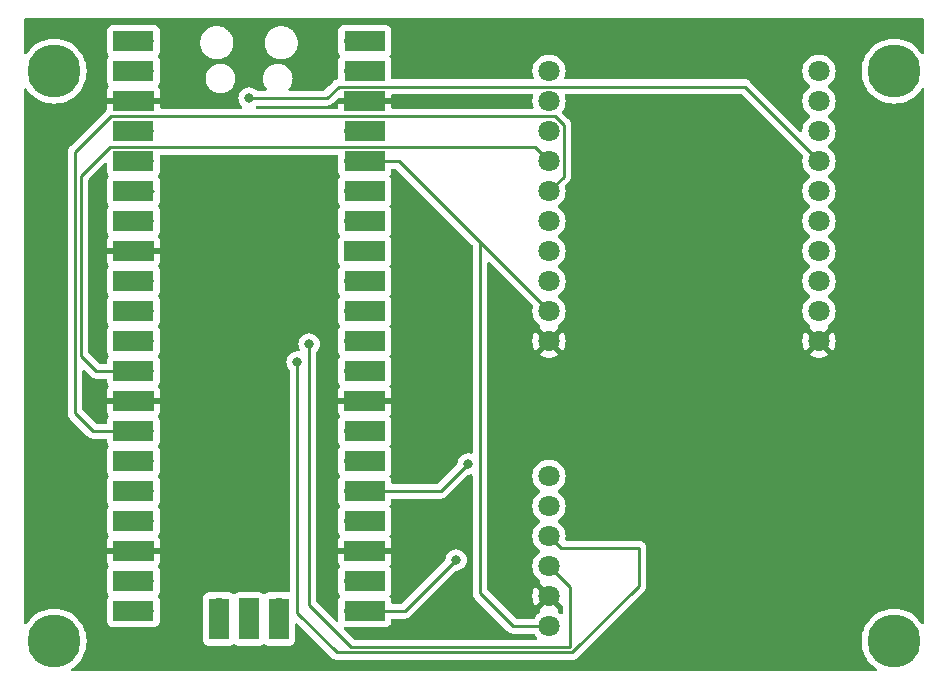
<source format=gtl>
%TF.GenerationSoftware,KiCad,Pcbnew,7.0.7*%
%TF.CreationDate,2024-07-07T09:26:09+01:00*%
%TF.ProjectId,PCB,5043422e-6b69-4636-9164-5f7063625858,rev?*%
%TF.SameCoordinates,Original*%
%TF.FileFunction,Copper,L1,Top*%
%TF.FilePolarity,Positive*%
%FSLAX46Y46*%
G04 Gerber Fmt 4.6, Leading zero omitted, Abs format (unit mm)*
G04 Created by KiCad (PCBNEW 7.0.7) date 2024-07-07 09:26:09*
%MOMM*%
%LPD*%
G01*
G04 APERTURE LIST*
%TA.AperFunction,ComponentPad*%
%ADD10O,1.700000X1.700000*%
%TD*%
%TA.AperFunction,SMDPad,CuDef*%
%ADD11R,3.500000X1.700000*%
%TD*%
%TA.AperFunction,ComponentPad*%
%ADD12R,1.700000X1.700000*%
%TD*%
%TA.AperFunction,SMDPad,CuDef*%
%ADD13R,1.700000X3.500000*%
%TD*%
%TA.AperFunction,ComponentPad*%
%ADD14C,1.800000*%
%TD*%
%TA.AperFunction,ViaPad*%
%ADD15C,4.500000*%
%TD*%
%TA.AperFunction,ViaPad*%
%ADD16C,0.800000*%
%TD*%
%TA.AperFunction,Conductor*%
%ADD17C,0.250000*%
%TD*%
G04 APERTURE END LIST*
D10*
%TO.P,U1,1,GPIO0*%
%TO.N,unconnected-(U1-GPIO0-Pad1)*%
X106680000Y-78740000D03*
D11*
X105780000Y-78740000D03*
D10*
%TO.P,U1,2,GPIO1*%
%TO.N,unconnected-(U1-GPIO1-Pad2)*%
X106680000Y-81280000D03*
D11*
X105780000Y-81280000D03*
D12*
%TO.P,U1,3,GND*%
%TO.N,GND*%
X106680000Y-83820000D03*
D11*
X105780000Y-83820000D03*
D10*
%TO.P,U1,4,GPIO2*%
%TO.N,Net-(U1-GPIO2)*%
X106680000Y-86360000D03*
D11*
X105780000Y-86360000D03*
D10*
%TO.P,U1,5,GPIO3*%
%TO.N,unconnected-(U1-GPIO3-Pad5)*%
X106680000Y-88900000D03*
D11*
X105780000Y-88900000D03*
D10*
%TO.P,U1,6,GPIO4*%
%TO.N,Net-(U1-GPIO4)*%
X106680000Y-91440000D03*
D11*
X105780000Y-91440000D03*
D10*
%TO.P,U1,7,GPIO5*%
%TO.N,Net-(U1-GPIO5)*%
X106680000Y-93980000D03*
D11*
X105780000Y-93980000D03*
D12*
%TO.P,U1,8,GND*%
%TO.N,GND*%
X106680000Y-96520000D03*
D11*
X105780000Y-96520000D03*
D10*
%TO.P,U1,9,GPIO6*%
%TO.N,unconnected-(U1-GPIO6-Pad9)*%
X106680000Y-99060000D03*
D11*
X105780000Y-99060000D03*
D10*
%TO.P,U1,10,GPIO7*%
%TO.N,unconnected-(U1-GPIO7-Pad10)*%
X106680000Y-101600000D03*
D11*
X105780000Y-101600000D03*
D10*
%TO.P,U1,11,GPIO8*%
%TO.N,unconnected-(U1-GPIO8-Pad11)*%
X106680000Y-104140000D03*
D11*
X105780000Y-104140000D03*
D10*
%TO.P,U1,12,GPIO9*%
%TO.N,Net-(U1-GPIO9)*%
X106680000Y-106680000D03*
D11*
X105780000Y-106680000D03*
D12*
%TO.P,U1,13,GND*%
%TO.N,GND*%
X106680000Y-109220000D03*
D11*
X105780000Y-109220000D03*
D10*
%TO.P,U1,14,GPIO10*%
%TO.N,Net-(U1-GPIO10)*%
X106680000Y-111760000D03*
D11*
X105780000Y-111760000D03*
D10*
%TO.P,U1,15,GPIO11*%
%TO.N,unconnected-(U1-GPIO11-Pad15)*%
X106680000Y-114300000D03*
D11*
X105780000Y-114300000D03*
D10*
%TO.P,U1,16,GPIO12*%
%TO.N,unconnected-(U1-GPIO12-Pad16)*%
X106680000Y-116840000D03*
D11*
X105780000Y-116840000D03*
D10*
%TO.P,U1,17,GPIO13*%
%TO.N,unconnected-(U1-GPIO13-Pad17)*%
X106680000Y-119380000D03*
D11*
X105780000Y-119380000D03*
D12*
%TO.P,U1,18,GND*%
%TO.N,GND*%
X106680000Y-121920000D03*
D11*
X105780000Y-121920000D03*
D10*
%TO.P,U1,19,GPIO14*%
%TO.N,unconnected-(U1-GPIO14-Pad19)*%
X106680000Y-124460000D03*
D11*
X105780000Y-124460000D03*
D10*
%TO.P,U1,20,GPIO15*%
%TO.N,unconnected-(U1-GPIO15-Pad20)*%
X106680000Y-127000000D03*
D11*
X105780000Y-127000000D03*
D10*
%TO.P,U1,21,GPIO16*%
%TO.N,Net-(U1-GPIO16)*%
X124460000Y-127000000D03*
D11*
X125360000Y-127000000D03*
D10*
%TO.P,U1,22,GPIO17*%
%TO.N,unconnected-(U1-GPIO17-Pad22)*%
X124460000Y-124460000D03*
D11*
X125360000Y-124460000D03*
D12*
%TO.P,U1,23,GND*%
%TO.N,GND*%
X124460000Y-121920000D03*
D11*
X125360000Y-121920000D03*
D10*
%TO.P,U1,24,GPIO18*%
%TO.N,Net-(U1-GPIO18)*%
X124460000Y-119380000D03*
D11*
X125360000Y-119380000D03*
D10*
%TO.P,U1,25,GPIO19*%
%TO.N,Net-(U1-GPIO19)*%
X124460000Y-116840000D03*
D11*
X125360000Y-116840000D03*
D10*
%TO.P,U1,26,GPIO20*%
%TO.N,unconnected-(U1-GPIO20-Pad26)*%
X124460000Y-114300000D03*
D11*
X125360000Y-114300000D03*
D10*
%TO.P,U1,27,GPIO21*%
%TO.N,unconnected-(U1-GPIO21-Pad27)*%
X124460000Y-111760000D03*
D11*
X125360000Y-111760000D03*
D12*
%TO.P,U1,28,GND*%
%TO.N,GND*%
X124460000Y-109220000D03*
D11*
X125360000Y-109220000D03*
D10*
%TO.P,U1,29,GPIO22*%
%TO.N,unconnected-(U1-GPIO22-Pad29)*%
X124460000Y-106680000D03*
D11*
X125360000Y-106680000D03*
D10*
%TO.P,U1,30,RUN*%
%TO.N,unconnected-(U1-RUN-Pad30)*%
X124460000Y-104140000D03*
D11*
X125360000Y-104140000D03*
D10*
%TO.P,U1,31,GPIO26_ADC0*%
%TO.N,unconnected-(U1-GPIO26_ADC0-Pad31)*%
X124460000Y-101600000D03*
D11*
X125360000Y-101600000D03*
D10*
%TO.P,U1,32,GPIO27_ADC1*%
%TO.N,unconnected-(U1-GPIO27_ADC1-Pad32)*%
X124460000Y-99060000D03*
D11*
X125360000Y-99060000D03*
D12*
%TO.P,U1,33,AGND*%
%TO.N,unconnected-(U1-AGND-Pad33)*%
X124460000Y-96520000D03*
D11*
X125360000Y-96520000D03*
D10*
%TO.P,U1,34,GPIO28_ADC2*%
%TO.N,unconnected-(U1-GPIO28_ADC2-Pad34)*%
X124460000Y-93980000D03*
D11*
X125360000Y-93980000D03*
D10*
%TO.P,U1,35,ADC_VREF*%
%TO.N,unconnected-(U1-ADC_VREF-Pad35)*%
X124460000Y-91440000D03*
D11*
X125360000Y-91440000D03*
D10*
%TO.P,U1,36,3V3*%
%TO.N,+3V3*%
X124460000Y-88900000D03*
D11*
X125360000Y-88900000D03*
D10*
%TO.P,U1,37,3V3_EN*%
%TO.N,unconnected-(U1-3V3_EN-Pad37)*%
X124460000Y-86360000D03*
D11*
X125360000Y-86360000D03*
D12*
%TO.P,U1,38,GND*%
%TO.N,GND*%
X124460000Y-83820000D03*
D11*
X125360000Y-83820000D03*
D10*
%TO.P,U1,39,VSYS*%
%TO.N,unconnected-(U1-VSYS-Pad39)*%
X124460000Y-81280000D03*
D11*
X125360000Y-81280000D03*
D10*
%TO.P,U1,40,VBUS*%
%TO.N,unconnected-(U1-VBUS-Pad40)*%
X124460000Y-78740000D03*
D11*
X125360000Y-78740000D03*
D10*
%TO.P,U1,41,SWCLK*%
%TO.N,unconnected-(U1-SWCLK-Pad41)*%
X113030000Y-126770000D03*
D13*
X113030000Y-127670000D03*
D12*
%TO.P,U1,42,GND*%
%TO.N,unconnected-(U1-GND-Pad42)*%
X115570000Y-126770000D03*
D13*
X115570000Y-127670000D03*
D10*
%TO.P,U1,43,SWDIO*%
%TO.N,unconnected-(U1-SWDIO-Pad43)*%
X118110000Y-126770000D03*
D13*
X118110000Y-127670000D03*
%TD*%
D14*
%TO.P,U3,0,SDA*%
%TO.N,unconnected-(U3-SDA-Pad0)*%
X140970000Y-115570000D03*
%TO.P,U3,1,SCL*%
%TO.N,unconnected-(U3-SCL-Pad1)*%
X140970000Y-118110000D03*
%TO.P,U3,2,TXD*%
%TO.N,Net-(U1-GPIO5)*%
X140970000Y-120650000D03*
%TO.P,U3,3,RXD*%
%TO.N,Net-(U1-GPIO4)*%
X140970000Y-123190000D03*
%TO.P,U3,4,GND*%
%TO.N,GND*%
X140970000Y-125730000D03*
%TO.P,U3,5,VCC*%
%TO.N,+3V3*%
X140970000Y-128270000D03*
%TD*%
%TO.P,U2,0,DIO_5*%
%TO.N,unconnected-(U2-DIO_5-Pad0)*%
X140970000Y-81280000D03*
%TO.P,U2,1,DIO_4*%
%TO.N,unconnected-(U2-DIO_4-Pad1)*%
X140970000Y-83820000D03*
%TO.P,U2,2*%
%TO.N,unconnected-(U2-Pad2)*%
X140970000Y-86360000D03*
%TO.P,U2,3,RESET*%
%TO.N,Net-(U1-GPIO9)*%
X140970000Y-88900000D03*
%TO.P,U2,4,NSS*%
%TO.N,Net-(U1-GPIO10)*%
X140970000Y-91440000D03*
%TO.P,U2,5,SCK*%
%TO.N,Net-(U1-GPIO18)*%
X140970000Y-93980000D03*
%TO.P,U2,6,MISO*%
%TO.N,Net-(U1-GPIO16)*%
X140970000Y-96520000D03*
%TO.P,U2,7,MOSI*%
%TO.N,Net-(U1-GPIO19)*%
X140970000Y-99060000D03*
%TO.P,U2,8,3V3*%
%TO.N,+3V3*%
X140970000Y-101600000D03*
%TO.P,U2,9,GND*%
%TO.N,GND*%
X140970000Y-104140000D03*
%TO.P,U2,10,DIO3*%
%TO.N,unconnected-(U2-DIO3-Pad10)*%
X163830000Y-81280000D03*
%TO.P,U2,11,DIO1*%
%TO.N,unconnected-(U2-DIO1-Pad11)*%
X163830000Y-83820000D03*
%TO.P,U2,12,DIO2*%
%TO.N,unconnected-(U2-DIO2-Pad12)*%
X163830000Y-86360000D03*
%TO.P,U2,13,DIO0*%
%TO.N,Net-(U1-GPIO2)*%
X163830000Y-88900000D03*
%TO.P,U2,14*%
%TO.N,unconnected-(U2-Pad14)*%
X163830000Y-91440000D03*
%TO.P,U2,15*%
%TO.N,unconnected-(U2-Pad15)*%
X163830000Y-93980000D03*
%TO.P,U2,16*%
%TO.N,unconnected-(U2-Pad16)*%
X163830000Y-96520000D03*
%TO.P,U2,17*%
%TO.N,unconnected-(U2-Pad17)*%
X163830000Y-99060000D03*
%TO.P,U2,18*%
%TO.N,unconnected-(U2-Pad18)*%
X163830000Y-101600000D03*
%TO.P,U2,19,GND*%
%TO.N,GND*%
X163830000Y-104140000D03*
%TD*%
D15*
%TO.N,*%
X170180000Y-129540000D03*
X170180000Y-81280000D03*
X99060000Y-81280000D03*
X99060000Y-129540000D03*
D16*
%TO.N,Net-(U1-GPIO16)*%
X133096000Y-122682000D03*
%TO.N,Net-(U1-GPIO19)*%
X134112000Y-114554000D03*
%TO.N,Net-(U1-GPIO2)*%
X115570000Y-83566000D03*
%TO.N,Net-(U1-GPIO5)*%
X119634000Y-105918000D03*
%TO.N,Net-(U1-GPIO4)*%
X120650000Y-104394000D03*
%TD*%
D17*
%TO.N,Net-(U1-GPIO9)*%
X101346000Y-90170000D02*
X101346000Y-105410000D01*
X140970000Y-88900000D02*
X139795000Y-87725000D01*
X101346000Y-105410000D02*
X102616000Y-106680000D01*
X139795000Y-87725000D02*
X103791000Y-87725000D01*
X102616000Y-106680000D02*
X106680000Y-106680000D01*
X103791000Y-87725000D02*
X101346000Y-90170000D01*
%TO.N,Net-(U1-GPIO10)*%
X100838000Y-88138000D02*
X100838000Y-110236000D01*
X103886000Y-85090000D02*
X100838000Y-88138000D01*
X141478000Y-85090000D02*
X103886000Y-85090000D01*
X140970000Y-91440000D02*
X142195000Y-90215000D01*
X142195000Y-85807000D02*
X141478000Y-85090000D01*
X102362000Y-111760000D02*
X106680000Y-111760000D01*
X100838000Y-110236000D02*
X102362000Y-111760000D01*
X142195000Y-90215000D02*
X142195000Y-85807000D01*
%TO.N,Net-(U1-GPIO16)*%
X128778000Y-127000000D02*
X124460000Y-127000000D01*
X133096000Y-122682000D02*
X128778000Y-127000000D01*
%TO.N,Net-(U1-GPIO19)*%
X134112000Y-114554000D02*
X131826000Y-116840000D01*
X131826000Y-116840000D02*
X124460000Y-116840000D01*
%TO.N,+3V3*%
X135128000Y-125476000D02*
X137922000Y-128270000D01*
X128270000Y-88900000D02*
X135128000Y-95758000D01*
X135128000Y-95758000D02*
X140970000Y-101600000D01*
X124460000Y-88900000D02*
X128270000Y-88900000D01*
X137922000Y-128270000D02*
X140970000Y-128270000D01*
X135128000Y-95758000D02*
X135128000Y-125476000D01*
%TO.N,Net-(U1-GPIO2)*%
X123145000Y-82595000D02*
X122174000Y-83566000D01*
X122174000Y-83566000D02*
X115570000Y-83566000D01*
X157525000Y-82595000D02*
X123145000Y-82595000D01*
X163830000Y-88900000D02*
X157525000Y-82595000D01*
%TO.N,Net-(U1-GPIO5)*%
X148590000Y-121666000D02*
X141986000Y-121666000D01*
X142934396Y-130498000D02*
X148590000Y-124842396D01*
X119634000Y-127128396D02*
X123003604Y-130498000D01*
X119634000Y-127000000D02*
X119634000Y-127128396D01*
X119634000Y-127000000D02*
X119634000Y-105918000D01*
X123003604Y-130498000D02*
X142934396Y-130498000D01*
X141986000Y-121666000D02*
X140970000Y-120650000D01*
X148590000Y-124842396D02*
X148590000Y-121666000D01*
%TO.N,Net-(U1-GPIO4)*%
X120650000Y-118872000D02*
X120650000Y-104394000D01*
X124206000Y-130048000D02*
X142748000Y-130048000D01*
X142748000Y-124968000D02*
X140970000Y-123190000D01*
X121354000Y-127196000D02*
X120650000Y-126492000D01*
X106680000Y-91440000D02*
X107442000Y-91440000D01*
X142748000Y-130048000D02*
X142748000Y-124968000D01*
X121354000Y-127196000D02*
X124206000Y-130048000D01*
X120650000Y-126492000D02*
X120650000Y-118872000D01*
%TD*%
%TA.AperFunction,Conductor*%
%TO.N,GND*%
G36*
X134422386Y-115428767D02*
G01*
X134478120Y-115470904D01*
X134502225Y-115536484D01*
X134502500Y-115544741D01*
X134502500Y-125393255D01*
X134500775Y-125408872D01*
X134501061Y-125408899D01*
X134500326Y-125416665D01*
X134502500Y-125485814D01*
X134502500Y-125515343D01*
X134502501Y-125515360D01*
X134503368Y-125522231D01*
X134503826Y-125528050D01*
X134505290Y-125574624D01*
X134505291Y-125574627D01*
X134510880Y-125593867D01*
X134514824Y-125612911D01*
X134517336Y-125632792D01*
X134531096Y-125667546D01*
X134534490Y-125676119D01*
X134536382Y-125681647D01*
X134549382Y-125726390D01*
X134556749Y-125738848D01*
X134559580Y-125743634D01*
X134568138Y-125761103D01*
X134575514Y-125779732D01*
X134602898Y-125817423D01*
X134606106Y-125822307D01*
X134629827Y-125862416D01*
X134629833Y-125862424D01*
X134643990Y-125876580D01*
X134656628Y-125891376D01*
X134668405Y-125907586D01*
X134668406Y-125907587D01*
X134704309Y-125937288D01*
X134708620Y-125941210D01*
X136174257Y-127406847D01*
X137421194Y-128653784D01*
X137431019Y-128666048D01*
X137431240Y-128665866D01*
X137436210Y-128671873D01*
X137436213Y-128671876D01*
X137436214Y-128671877D01*
X137486651Y-128719241D01*
X137507530Y-128740120D01*
X137513004Y-128744366D01*
X137517442Y-128748156D01*
X137551418Y-128780062D01*
X137551422Y-128780064D01*
X137568973Y-128789713D01*
X137585231Y-128800392D01*
X137601064Y-128812674D01*
X137623015Y-128822172D01*
X137643837Y-128831183D01*
X137649081Y-128833752D01*
X137689908Y-128856197D01*
X137709312Y-128861179D01*
X137727710Y-128867478D01*
X137746105Y-128875438D01*
X137792129Y-128882726D01*
X137797832Y-128883907D01*
X137842981Y-128895500D01*
X137863016Y-128895500D01*
X137882413Y-128897026D01*
X137902196Y-128900160D01*
X137948583Y-128895775D01*
X137954422Y-128895500D01*
X139638649Y-128895500D01*
X139705688Y-128915185D01*
X139742458Y-128951679D01*
X139771486Y-128996109D01*
X139861021Y-129133153D01*
X139898904Y-129174305D01*
X139935922Y-129214518D01*
X139966844Y-129277172D01*
X139958983Y-129346599D01*
X139914836Y-129400754D01*
X139848418Y-129422444D01*
X139844692Y-129422500D01*
X124516452Y-129422500D01*
X124449413Y-129402815D01*
X124428771Y-129386181D01*
X123604771Y-128562180D01*
X123571286Y-128500857D01*
X123576270Y-128431165D01*
X123618142Y-128375232D01*
X123683606Y-128350815D01*
X123692428Y-128350499D01*
X124398322Y-128350499D01*
X124403727Y-128350734D01*
X124460000Y-128355659D01*
X124516272Y-128350734D01*
X124521678Y-128350499D01*
X127157871Y-128350499D01*
X127157872Y-128350499D01*
X127217483Y-128344091D01*
X127352331Y-128293796D01*
X127467546Y-128207546D01*
X127553796Y-128092331D01*
X127604091Y-127957483D01*
X127610500Y-127897873D01*
X127610500Y-127749499D01*
X127630185Y-127682461D01*
X127682989Y-127636706D01*
X127734500Y-127625500D01*
X128695257Y-127625500D01*
X128710877Y-127627224D01*
X128710904Y-127626939D01*
X128718660Y-127627671D01*
X128718667Y-127627673D01*
X128787814Y-127625500D01*
X128817350Y-127625500D01*
X128824228Y-127624630D01*
X128830041Y-127624172D01*
X128876627Y-127622709D01*
X128895869Y-127617117D01*
X128914912Y-127613174D01*
X128934792Y-127610664D01*
X128978122Y-127593507D01*
X128983646Y-127591617D01*
X128994991Y-127588321D01*
X129028390Y-127578618D01*
X129045629Y-127568422D01*
X129063103Y-127559862D01*
X129081727Y-127552488D01*
X129081727Y-127552487D01*
X129081732Y-127552486D01*
X129119449Y-127525082D01*
X129124305Y-127521892D01*
X129164420Y-127498170D01*
X129178589Y-127483999D01*
X129193379Y-127471368D01*
X129209587Y-127459594D01*
X129239299Y-127423676D01*
X129243212Y-127419376D01*
X133043771Y-123618819D01*
X133105095Y-123585334D01*
X133131453Y-123582500D01*
X133190644Y-123582500D01*
X133190646Y-123582500D01*
X133375803Y-123543144D01*
X133548730Y-123466151D01*
X133701871Y-123354888D01*
X133828533Y-123214216D01*
X133923179Y-123050284D01*
X133981674Y-122870256D01*
X134001460Y-122682000D01*
X133981674Y-122493744D01*
X133923179Y-122313716D01*
X133828533Y-122149784D01*
X133701871Y-122009112D01*
X133680145Y-121993327D01*
X133548734Y-121897851D01*
X133548729Y-121897848D01*
X133375807Y-121820857D01*
X133375802Y-121820855D01*
X133230001Y-121789865D01*
X133190646Y-121781500D01*
X133001354Y-121781500D01*
X132968897Y-121788398D01*
X132816197Y-121820855D01*
X132816192Y-121820857D01*
X132643270Y-121897848D01*
X132643265Y-121897851D01*
X132490129Y-122009111D01*
X132363466Y-122149785D01*
X132268821Y-122313715D01*
X132268818Y-122313722D01*
X132210327Y-122493740D01*
X132210326Y-122493744D01*
X132192679Y-122661649D01*
X132166094Y-122726263D01*
X132157039Y-122736368D01*
X128555228Y-126338181D01*
X128493905Y-126371666D01*
X128467547Y-126374500D01*
X127734499Y-126374500D01*
X127667460Y-126354815D01*
X127621705Y-126302011D01*
X127610499Y-126250500D01*
X127610499Y-126102129D01*
X127610498Y-126102123D01*
X127610497Y-126102116D01*
X127604091Y-126042517D01*
X127573768Y-125961218D01*
X127553797Y-125907671D01*
X127553795Y-125907668D01*
X127476421Y-125804309D01*
X127452004Y-125738848D01*
X127466855Y-125670575D01*
X127476416Y-125655696D01*
X127553796Y-125552331D01*
X127604091Y-125417483D01*
X127610500Y-125357873D01*
X127610499Y-123562128D01*
X127604091Y-123502517D01*
X127590527Y-123466151D01*
X127553797Y-123367671D01*
X127553795Y-123367668D01*
X127544228Y-123354888D01*
X127476109Y-123263893D01*
X127451692Y-123198430D01*
X127466543Y-123130157D01*
X127476110Y-123115271D01*
X127553352Y-123012089D01*
X127553354Y-123012086D01*
X127603596Y-122877379D01*
X127603598Y-122877372D01*
X127609999Y-122817844D01*
X127610000Y-122817827D01*
X127610000Y-122170000D01*
X125083769Y-122170000D01*
X125016730Y-122150315D01*
X124970975Y-122097511D01*
X124961031Y-122028353D01*
X124964792Y-122011064D01*
X124970000Y-121993327D01*
X124970000Y-121846672D01*
X124964792Y-121828936D01*
X124964792Y-121759066D01*
X125002566Y-121700288D01*
X125066121Y-121671262D01*
X125083769Y-121670000D01*
X127610000Y-121670000D01*
X127610000Y-121022172D01*
X127609999Y-121022155D01*
X127603598Y-120962627D01*
X127603596Y-120962620D01*
X127553354Y-120827913D01*
X127553352Y-120827910D01*
X127476110Y-120724729D01*
X127451692Y-120659265D01*
X127466543Y-120590992D01*
X127476105Y-120576111D01*
X127553796Y-120472331D01*
X127604091Y-120337483D01*
X127610500Y-120277873D01*
X127610499Y-118482128D01*
X127604091Y-118422517D01*
X127553796Y-118287669D01*
X127476421Y-118184309D01*
X127452004Y-118118848D01*
X127466855Y-118050575D01*
X127476416Y-118035696D01*
X127553796Y-117932331D01*
X127604091Y-117797483D01*
X127610500Y-117737873D01*
X127610500Y-117589499D01*
X127630185Y-117522461D01*
X127682989Y-117476706D01*
X127734500Y-117465500D01*
X131743257Y-117465500D01*
X131758877Y-117467224D01*
X131758904Y-117466939D01*
X131766660Y-117467671D01*
X131766667Y-117467673D01*
X131835814Y-117465500D01*
X131865350Y-117465500D01*
X131872228Y-117464630D01*
X131878041Y-117464172D01*
X131924627Y-117462709D01*
X131943869Y-117457117D01*
X131962912Y-117453174D01*
X131982792Y-117450664D01*
X132026122Y-117433507D01*
X132031646Y-117431617D01*
X132035396Y-117430527D01*
X132076390Y-117418618D01*
X132093629Y-117408422D01*
X132111103Y-117399862D01*
X132129727Y-117392488D01*
X132129727Y-117392487D01*
X132129732Y-117392486D01*
X132167449Y-117365082D01*
X132172305Y-117361892D01*
X132212420Y-117338170D01*
X132226589Y-117323999D01*
X132241379Y-117311368D01*
X132257587Y-117299594D01*
X132287299Y-117263676D01*
X132291212Y-117259376D01*
X134059771Y-115490819D01*
X134121095Y-115457334D01*
X134147453Y-115454500D01*
X134206644Y-115454500D01*
X134206646Y-115454500D01*
X134352720Y-115423451D01*
X134422386Y-115428767D01*
G37*
%TD.AperFunction*%
%TA.AperFunction,Conductor*%
G36*
X141651409Y-126057856D02*
G01*
X142086181Y-126492628D01*
X142119666Y-126553951D01*
X142122500Y-126580309D01*
X142122500Y-127138664D01*
X142102815Y-127205703D01*
X142050011Y-127251458D01*
X141980853Y-127261402D01*
X141922338Y-127236517D01*
X141743774Y-127097535D01*
X141702961Y-127040825D01*
X141699286Y-126971052D01*
X141733918Y-126910369D01*
X141743774Y-126901828D01*
X141768798Y-126882351D01*
X141297856Y-126411409D01*
X141264371Y-126350086D01*
X141269355Y-126280394D01*
X141310049Y-126225353D01*
X141397925Y-126157925D01*
X141465354Y-126070048D01*
X141521779Y-126028848D01*
X141591525Y-126024693D01*
X141651409Y-126057856D01*
G37*
%TD.AperFunction*%
%TA.AperFunction,Conductor*%
G36*
X128026587Y-89545185D02*
G01*
X128047229Y-89561819D01*
X134466181Y-95980771D01*
X134499666Y-96042094D01*
X134502500Y-96068452D01*
X134502500Y-113563258D01*
X134482815Y-113630297D01*
X134430011Y-113676052D01*
X134360853Y-113685996D01*
X134352720Y-113684548D01*
X134206647Y-113653500D01*
X134206646Y-113653500D01*
X134017354Y-113653500D01*
X133984897Y-113660398D01*
X133832197Y-113692855D01*
X133832192Y-113692857D01*
X133659270Y-113769848D01*
X133659265Y-113769851D01*
X133506129Y-113881111D01*
X133379466Y-114021785D01*
X133284821Y-114185715D01*
X133284818Y-114185722D01*
X133226327Y-114365740D01*
X133226326Y-114365744D01*
X133208679Y-114533649D01*
X133182094Y-114598263D01*
X133173039Y-114608368D01*
X131603228Y-116178181D01*
X131541905Y-116211666D01*
X131515547Y-116214500D01*
X127734499Y-116214500D01*
X127667460Y-116194815D01*
X127621705Y-116142011D01*
X127610499Y-116090500D01*
X127610499Y-115942129D01*
X127610498Y-115942123D01*
X127610497Y-115942116D01*
X127604091Y-115882517D01*
X127553796Y-115747669D01*
X127476421Y-115644309D01*
X127452004Y-115578848D01*
X127466855Y-115510575D01*
X127476416Y-115495696D01*
X127553796Y-115392331D01*
X127604091Y-115257483D01*
X127610500Y-115197873D01*
X127610499Y-113402128D01*
X127604091Y-113342517D01*
X127553796Y-113207669D01*
X127476421Y-113104309D01*
X127452004Y-113038848D01*
X127466855Y-112970575D01*
X127476416Y-112955696D01*
X127553796Y-112852331D01*
X127604091Y-112717483D01*
X127610500Y-112657873D01*
X127610499Y-110862128D01*
X127604091Y-110802517D01*
X127565538Y-110699152D01*
X127553797Y-110667671D01*
X127553795Y-110667668D01*
X127476109Y-110563893D01*
X127451692Y-110498430D01*
X127466543Y-110430157D01*
X127476110Y-110415271D01*
X127553352Y-110312089D01*
X127553354Y-110312086D01*
X127603596Y-110177379D01*
X127603598Y-110177372D01*
X127609999Y-110117844D01*
X127610000Y-110117827D01*
X127610000Y-109470000D01*
X125083769Y-109470000D01*
X125016730Y-109450315D01*
X124970975Y-109397511D01*
X124961031Y-109328353D01*
X124964792Y-109311064D01*
X124970000Y-109293327D01*
X124970000Y-109146672D01*
X124964792Y-109128936D01*
X124964792Y-109059066D01*
X125002566Y-109000288D01*
X125066121Y-108971262D01*
X125083769Y-108970000D01*
X127610000Y-108970000D01*
X127610000Y-108322172D01*
X127609999Y-108322155D01*
X127603598Y-108262627D01*
X127603596Y-108262620D01*
X127553354Y-108127913D01*
X127553352Y-108127910D01*
X127476110Y-108024729D01*
X127451692Y-107959265D01*
X127466543Y-107890992D01*
X127476105Y-107876111D01*
X127553796Y-107772331D01*
X127604091Y-107637483D01*
X127610500Y-107577873D01*
X127610499Y-105782128D01*
X127604091Y-105722517D01*
X127553796Y-105587669D01*
X127476421Y-105484309D01*
X127452004Y-105418848D01*
X127466855Y-105350575D01*
X127476416Y-105335696D01*
X127553796Y-105232331D01*
X127604091Y-105097483D01*
X127610500Y-105037873D01*
X127610499Y-103242128D01*
X127604091Y-103182517D01*
X127553796Y-103047669D01*
X127476421Y-102944309D01*
X127452004Y-102878848D01*
X127466855Y-102810575D01*
X127476416Y-102795696D01*
X127553796Y-102692331D01*
X127604091Y-102557483D01*
X127610500Y-102497873D01*
X127610499Y-100702128D01*
X127604091Y-100642517D01*
X127575584Y-100566087D01*
X127553797Y-100507671D01*
X127553795Y-100507668D01*
X127494046Y-100427854D01*
X127476421Y-100404309D01*
X127452004Y-100338848D01*
X127466855Y-100270575D01*
X127476416Y-100255696D01*
X127553796Y-100152331D01*
X127604091Y-100017483D01*
X127610500Y-99957873D01*
X127610499Y-98162128D01*
X127604091Y-98102517D01*
X127575584Y-98026087D01*
X127553797Y-97967671D01*
X127553795Y-97967668D01*
X127494046Y-97887854D01*
X127476421Y-97864309D01*
X127452004Y-97798848D01*
X127466855Y-97730575D01*
X127476416Y-97715696D01*
X127553796Y-97612331D01*
X127604091Y-97477483D01*
X127610500Y-97417873D01*
X127610499Y-95622128D01*
X127604091Y-95562517D01*
X127575584Y-95486087D01*
X127553797Y-95427671D01*
X127553795Y-95427668D01*
X127476421Y-95324309D01*
X127452004Y-95258848D01*
X127466855Y-95190575D01*
X127476416Y-95175696D01*
X127553796Y-95072331D01*
X127604091Y-94937483D01*
X127610500Y-94877873D01*
X127610499Y-93082128D01*
X127604091Y-93022517D01*
X127575584Y-92946087D01*
X127553797Y-92887671D01*
X127553795Y-92887668D01*
X127494046Y-92807854D01*
X127476421Y-92784309D01*
X127452004Y-92718848D01*
X127466855Y-92650575D01*
X127476416Y-92635696D01*
X127553796Y-92532331D01*
X127604091Y-92397483D01*
X127610500Y-92337873D01*
X127610499Y-90542128D01*
X127604947Y-90490480D01*
X127604091Y-90482516D01*
X127553797Y-90347671D01*
X127553795Y-90347668D01*
X127476421Y-90244309D01*
X127452004Y-90178848D01*
X127466855Y-90110575D01*
X127476416Y-90095696D01*
X127553796Y-89992331D01*
X127604091Y-89857483D01*
X127610500Y-89797873D01*
X127610500Y-89649499D01*
X127630185Y-89582461D01*
X127682989Y-89536706D01*
X127734500Y-89525500D01*
X127959548Y-89525500D01*
X128026587Y-89545185D01*
G37*
%TD.AperFunction*%
%TA.AperFunction,Conductor*%
G36*
X101668703Y-106617739D02*
G01*
X101675181Y-106623771D01*
X102115197Y-107063788D01*
X102125022Y-107076051D01*
X102125243Y-107075869D01*
X102130214Y-107081878D01*
X102156217Y-107106295D01*
X102180635Y-107129226D01*
X102201529Y-107150120D01*
X102207011Y-107154373D01*
X102211443Y-107158157D01*
X102245418Y-107190062D01*
X102262976Y-107199714D01*
X102279235Y-107210395D01*
X102295064Y-107222673D01*
X102337838Y-107241182D01*
X102343056Y-107243738D01*
X102383908Y-107266197D01*
X102403316Y-107271180D01*
X102421717Y-107277480D01*
X102440104Y-107285437D01*
X102483488Y-107292308D01*
X102486119Y-107292725D01*
X102491839Y-107293909D01*
X102536981Y-107305500D01*
X102557016Y-107305500D01*
X102576414Y-107307026D01*
X102596194Y-107310159D01*
X102596195Y-107310160D01*
X102596195Y-107310159D01*
X102596196Y-107310160D01*
X102642583Y-107305775D01*
X102648422Y-107305500D01*
X103405501Y-107305500D01*
X103472540Y-107325185D01*
X103518295Y-107377989D01*
X103529501Y-107429500D01*
X103529501Y-107577876D01*
X103535908Y-107637483D01*
X103586202Y-107772328D01*
X103586206Y-107772335D01*
X103663889Y-107876105D01*
X103688307Y-107941569D01*
X103673456Y-108009842D01*
X103663890Y-108024727D01*
X103586647Y-108127910D01*
X103586645Y-108127913D01*
X103536403Y-108262620D01*
X103536401Y-108262627D01*
X103530000Y-108322155D01*
X103530000Y-108970000D01*
X106056231Y-108970000D01*
X106123270Y-108989685D01*
X106169025Y-109042489D01*
X106178969Y-109111647D01*
X106175208Y-109128936D01*
X106170000Y-109146672D01*
X106170000Y-109293327D01*
X106175208Y-109311064D01*
X106175208Y-109380934D01*
X106137434Y-109439712D01*
X106073879Y-109468738D01*
X106056231Y-109470000D01*
X103530000Y-109470000D01*
X103530000Y-110117844D01*
X103536401Y-110177372D01*
X103536403Y-110177379D01*
X103586645Y-110312086D01*
X103586646Y-110312088D01*
X103663890Y-110415272D01*
X103688307Y-110480736D01*
X103673456Y-110549009D01*
X103663890Y-110563894D01*
X103586204Y-110667669D01*
X103586202Y-110667671D01*
X103535908Y-110802517D01*
X103529501Y-110862116D01*
X103529501Y-110862123D01*
X103529500Y-110862135D01*
X103529500Y-111010500D01*
X103509815Y-111077539D01*
X103457011Y-111123294D01*
X103405500Y-111134500D01*
X102672453Y-111134500D01*
X102605414Y-111114815D01*
X102584772Y-111098181D01*
X101499819Y-110013228D01*
X101466334Y-109951905D01*
X101463500Y-109925547D01*
X101463500Y-106711452D01*
X101483185Y-106644413D01*
X101535989Y-106598658D01*
X101605147Y-106588714D01*
X101668703Y-106617739D01*
G37*
%TD.AperFunction*%
%TA.AperFunction,Conductor*%
G36*
X103448834Y-89054269D02*
G01*
X103504767Y-89096141D01*
X103529184Y-89161605D01*
X103529500Y-89170451D01*
X103529500Y-89797870D01*
X103529501Y-89797876D01*
X103535908Y-89857483D01*
X103586202Y-89992328D01*
X103586203Y-89992330D01*
X103586204Y-89992331D01*
X103663576Y-90095687D01*
X103663578Y-90095689D01*
X103687995Y-90161153D01*
X103673144Y-90229426D01*
X103663578Y-90244311D01*
X103586203Y-90347669D01*
X103586202Y-90347671D01*
X103535908Y-90482517D01*
X103529501Y-90542116D01*
X103529501Y-90542123D01*
X103529500Y-90542135D01*
X103529500Y-92337870D01*
X103529501Y-92337876D01*
X103535908Y-92397483D01*
X103586202Y-92532328D01*
X103586203Y-92532330D01*
X103586204Y-92532331D01*
X103649190Y-92616470D01*
X103663578Y-92635689D01*
X103687995Y-92701153D01*
X103673144Y-92769426D01*
X103663578Y-92784311D01*
X103586203Y-92887669D01*
X103586202Y-92887671D01*
X103535908Y-93022517D01*
X103529501Y-93082116D01*
X103529501Y-93082123D01*
X103529500Y-93082135D01*
X103529500Y-94877870D01*
X103529501Y-94877876D01*
X103535908Y-94937483D01*
X103586202Y-95072328D01*
X103586206Y-95072335D01*
X103663889Y-95176105D01*
X103688307Y-95241569D01*
X103673456Y-95309842D01*
X103663890Y-95324727D01*
X103586647Y-95427910D01*
X103586645Y-95427913D01*
X103536403Y-95562620D01*
X103536401Y-95562627D01*
X103530000Y-95622155D01*
X103530000Y-96270000D01*
X106056231Y-96270000D01*
X106123270Y-96289685D01*
X106169025Y-96342489D01*
X106178969Y-96411647D01*
X106175208Y-96428936D01*
X106170000Y-96446672D01*
X106170000Y-96593327D01*
X106175208Y-96611064D01*
X106175208Y-96680934D01*
X106137434Y-96739712D01*
X106073879Y-96768738D01*
X106056231Y-96770000D01*
X103530000Y-96770000D01*
X103530000Y-97417844D01*
X103536401Y-97477372D01*
X103536403Y-97477379D01*
X103586645Y-97612086D01*
X103586646Y-97612088D01*
X103663890Y-97715272D01*
X103688307Y-97780736D01*
X103673456Y-97849009D01*
X103663890Y-97863894D01*
X103586204Y-97967669D01*
X103586202Y-97967671D01*
X103535908Y-98102517D01*
X103529501Y-98162116D01*
X103529501Y-98162123D01*
X103529500Y-98162135D01*
X103529500Y-99957870D01*
X103529501Y-99957876D01*
X103535908Y-100017483D01*
X103586202Y-100152328D01*
X103586203Y-100152330D01*
X103586204Y-100152331D01*
X103649190Y-100236470D01*
X103663578Y-100255689D01*
X103687995Y-100321153D01*
X103673144Y-100389426D01*
X103663578Y-100404311D01*
X103586203Y-100507669D01*
X103586202Y-100507671D01*
X103535908Y-100642517D01*
X103529501Y-100702116D01*
X103529501Y-100702123D01*
X103529500Y-100702135D01*
X103529500Y-102497870D01*
X103529501Y-102497876D01*
X103535908Y-102557483D01*
X103586202Y-102692328D01*
X103586203Y-102692330D01*
X103586204Y-102692331D01*
X103649190Y-102776470D01*
X103663578Y-102795689D01*
X103687995Y-102861153D01*
X103673144Y-102929426D01*
X103663578Y-102944311D01*
X103586203Y-103047669D01*
X103586202Y-103047671D01*
X103535908Y-103182517D01*
X103529501Y-103242116D01*
X103529501Y-103242123D01*
X103529500Y-103242135D01*
X103529500Y-105037870D01*
X103529501Y-105037876D01*
X103535908Y-105097483D01*
X103586202Y-105232328D01*
X103586203Y-105232330D01*
X103663578Y-105335689D01*
X103687995Y-105401153D01*
X103673144Y-105469426D01*
X103663578Y-105484311D01*
X103586203Y-105587669D01*
X103586202Y-105587671D01*
X103535908Y-105722517D01*
X103529501Y-105782116D01*
X103529501Y-105782123D01*
X103529500Y-105782135D01*
X103529500Y-105930500D01*
X103509815Y-105997539D01*
X103457011Y-106043294D01*
X103405500Y-106054500D01*
X102926453Y-106054500D01*
X102859414Y-106034815D01*
X102838772Y-106018181D01*
X102007819Y-105187228D01*
X101974334Y-105125905D01*
X101971500Y-105099547D01*
X101971500Y-90480452D01*
X101991185Y-90413413D01*
X102007819Y-90392771D01*
X102637443Y-89763147D01*
X103317821Y-89082768D01*
X103379142Y-89049285D01*
X103448834Y-89054269D01*
G37*
%TD.AperFunction*%
%TA.AperFunction,Conductor*%
G36*
X123903270Y-83589685D02*
G01*
X123949025Y-83642489D01*
X123958969Y-83711647D01*
X123955208Y-83728936D01*
X123950000Y-83746672D01*
X123950000Y-83893327D01*
X123955208Y-83911064D01*
X123955208Y-83980934D01*
X123917434Y-84039712D01*
X123853879Y-84068738D01*
X123836231Y-84070000D01*
X123110000Y-84070000D01*
X123110000Y-84340500D01*
X123090315Y-84407539D01*
X123037511Y-84453294D01*
X122986000Y-84464500D01*
X116246975Y-84464500D01*
X116179936Y-84444815D01*
X116134181Y-84392011D01*
X116124237Y-84322853D01*
X116153262Y-84259297D01*
X116174091Y-84240181D01*
X116175871Y-84238888D01*
X116178788Y-84235647D01*
X116181600Y-84232526D01*
X116241087Y-84195879D01*
X116273748Y-84191500D01*
X122091257Y-84191500D01*
X122106877Y-84193224D01*
X122106904Y-84192939D01*
X122114660Y-84193671D01*
X122114667Y-84193673D01*
X122183814Y-84191500D01*
X122213350Y-84191500D01*
X122220228Y-84190630D01*
X122226041Y-84190172D01*
X122272627Y-84188709D01*
X122291869Y-84183117D01*
X122310912Y-84179174D01*
X122330792Y-84176664D01*
X122374122Y-84159507D01*
X122379646Y-84157617D01*
X122383396Y-84156527D01*
X122424390Y-84144618D01*
X122441629Y-84134422D01*
X122459103Y-84125862D01*
X122477727Y-84118488D01*
X122477727Y-84118487D01*
X122477732Y-84118486D01*
X122515449Y-84091082D01*
X122520305Y-84087892D01*
X122560420Y-84064170D01*
X122574589Y-84049999D01*
X122589379Y-84037368D01*
X122605587Y-84025594D01*
X122635299Y-83989676D01*
X122639212Y-83985376D01*
X123018270Y-83606319D01*
X123079594Y-83572834D01*
X123105952Y-83570000D01*
X123836231Y-83570000D01*
X123903270Y-83589685D01*
G37*
%TD.AperFunction*%
%TA.AperFunction,Conductor*%
G36*
X139584830Y-83240185D02*
G01*
X139630585Y-83292989D01*
X139640529Y-83362147D01*
X139637996Y-83374941D01*
X139583868Y-83588682D01*
X139583864Y-83588702D01*
X139564700Y-83819993D01*
X139564700Y-83820006D01*
X139583864Y-84051297D01*
X139583866Y-84051308D01*
X139640842Y-84276297D01*
X139647155Y-84290689D01*
X139656058Y-84359989D01*
X139626081Y-84423102D01*
X139566742Y-84459989D01*
X139533599Y-84464500D01*
X127734000Y-84464500D01*
X127666961Y-84444815D01*
X127621206Y-84392011D01*
X127610000Y-84340500D01*
X127610000Y-84070000D01*
X125083769Y-84070000D01*
X125016730Y-84050315D01*
X124970975Y-83997511D01*
X124961031Y-83928353D01*
X124964792Y-83911064D01*
X124970000Y-83893327D01*
X124970000Y-83746672D01*
X124964792Y-83728936D01*
X124964792Y-83659066D01*
X125002566Y-83600288D01*
X125066121Y-83571262D01*
X125083769Y-83570000D01*
X127610000Y-83570000D01*
X127610000Y-83344500D01*
X127629685Y-83277461D01*
X127682489Y-83231706D01*
X127734000Y-83220500D01*
X139517791Y-83220500D01*
X139584830Y-83240185D01*
G37*
%TD.AperFunction*%
%TA.AperFunction,Conductor*%
G36*
X172662470Y-76779022D02*
G01*
X172708260Y-76831795D01*
X172719500Y-76883382D01*
X172719500Y-79719396D01*
X172699815Y-79786435D01*
X172647011Y-79832190D01*
X172577853Y-79842134D01*
X172514297Y-79813109D01*
X172489385Y-79783549D01*
X172447754Y-79714682D01*
X172447751Y-79714678D01*
X172447748Y-79714673D01*
X172242539Y-79452744D01*
X172007255Y-79217460D01*
X171745326Y-79012251D01*
X171745318Y-79012246D01*
X171460557Y-78840102D01*
X171157123Y-78703537D01*
X171157116Y-78703534D01*
X171157104Y-78703530D01*
X170839449Y-78604546D01*
X170839445Y-78604545D01*
X170839441Y-78604544D01*
X170512142Y-78544564D01*
X170512141Y-78544563D01*
X170512136Y-78544563D01*
X170208800Y-78526215D01*
X170180000Y-78524473D01*
X170179999Y-78524473D01*
X169847863Y-78544563D01*
X169784786Y-78556122D01*
X169520559Y-78604544D01*
X169520556Y-78604544D01*
X169520550Y-78604546D01*
X169202895Y-78703530D01*
X169202879Y-78703536D01*
X169202877Y-78703537D01*
X169121862Y-78739999D01*
X168904336Y-78837900D01*
X168899443Y-78840102D01*
X168849994Y-78869995D01*
X168614673Y-79012251D01*
X168352744Y-79217460D01*
X168117460Y-79452744D01*
X167912251Y-79714673D01*
X167740101Y-79999445D01*
X167740100Y-79999447D01*
X167708605Y-80069426D01*
X167624930Y-80255345D01*
X167603536Y-80302880D01*
X167603530Y-80302895D01*
X167504546Y-80620550D01*
X167504544Y-80620556D01*
X167504544Y-80620559D01*
X167469296Y-80812899D01*
X167444563Y-80947863D01*
X167424473Y-81280000D01*
X167444563Y-81612136D01*
X167444563Y-81612141D01*
X167444564Y-81612142D01*
X167504544Y-81939441D01*
X167504545Y-81939445D01*
X167504546Y-81939449D01*
X167603530Y-82257104D01*
X167603534Y-82257116D01*
X167603537Y-82257123D01*
X167740102Y-82560557D01*
X167894210Y-82815483D01*
X167912251Y-82845326D01*
X168117460Y-83107255D01*
X168352744Y-83342539D01*
X168614673Y-83547748D01*
X168614678Y-83547751D01*
X168614682Y-83547754D01*
X168899443Y-83719898D01*
X169202877Y-83856463D01*
X169202890Y-83856467D01*
X169202895Y-83856469D01*
X169378099Y-83911064D01*
X169520559Y-83955456D01*
X169847858Y-84015436D01*
X170180000Y-84035527D01*
X170512142Y-84015436D01*
X170839441Y-83955456D01*
X171157123Y-83856463D01*
X171460557Y-83719898D01*
X171745318Y-83547754D01*
X172007252Y-83342542D01*
X172242542Y-83107252D01*
X172447754Y-82845318D01*
X172489384Y-82776452D01*
X172540910Y-82729266D01*
X172609770Y-82717427D01*
X172674099Y-82744695D01*
X172713473Y-82802414D01*
X172719500Y-82840603D01*
X172719500Y-127979396D01*
X172699815Y-128046435D01*
X172647011Y-128092190D01*
X172577853Y-128102134D01*
X172514297Y-128073109D01*
X172489385Y-128043549D01*
X172447754Y-127974682D01*
X172447751Y-127974678D01*
X172447748Y-127974673D01*
X172242539Y-127712744D01*
X172007255Y-127477460D01*
X171745326Y-127272251D01*
X171745318Y-127272246D01*
X171460557Y-127100102D01*
X171157123Y-126963537D01*
X171157116Y-126963534D01*
X171157104Y-126963530D01*
X170839449Y-126864546D01*
X170839445Y-126864545D01*
X170839441Y-126864544D01*
X170512142Y-126804564D01*
X170512141Y-126804563D01*
X170512136Y-126804563D01*
X170180000Y-126784473D01*
X169847863Y-126804563D01*
X169847857Y-126804564D01*
X169847858Y-126804564D01*
X169520559Y-126864544D01*
X169520556Y-126864544D01*
X169520550Y-126864546D01*
X169202895Y-126963530D01*
X169202879Y-126963536D01*
X169202877Y-126963537D01*
X169121862Y-126999999D01*
X168899447Y-127100100D01*
X168899445Y-127100101D01*
X168614673Y-127272251D01*
X168352744Y-127477460D01*
X168117460Y-127712744D01*
X167912251Y-127974673D01*
X167834934Y-128102572D01*
X167740102Y-128259443D01*
X167639501Y-128482970D01*
X167603536Y-128562880D01*
X167603530Y-128562895D01*
X167504546Y-128880550D01*
X167504544Y-128880556D01*
X167504544Y-128880559D01*
X167491511Y-128951679D01*
X167444563Y-129207863D01*
X167424473Y-129540000D01*
X167444563Y-129872136D01*
X167444563Y-129872141D01*
X167444564Y-129872142D01*
X167504544Y-130199441D01*
X167504545Y-130199445D01*
X167504546Y-130199449D01*
X167603530Y-130517104D01*
X167603534Y-130517116D01*
X167603537Y-130517123D01*
X167740102Y-130820557D01*
X167903248Y-131090433D01*
X167912251Y-131105326D01*
X168117460Y-131367255D01*
X168352744Y-131602539D01*
X168614673Y-131807748D01*
X168614678Y-131807751D01*
X168614682Y-131807754D01*
X168683547Y-131849384D01*
X168730734Y-131900911D01*
X168742572Y-131969770D01*
X168715303Y-132034099D01*
X168657584Y-132073473D01*
X168619396Y-132079500D01*
X100620604Y-132079500D01*
X100553565Y-132059815D01*
X100507810Y-132007011D01*
X100497866Y-131937853D01*
X100526891Y-131874297D01*
X100556450Y-131849385D01*
X100625318Y-131807754D01*
X100887252Y-131602542D01*
X101122542Y-131367252D01*
X101267881Y-131181740D01*
X101327748Y-131105326D01*
X101327748Y-131105324D01*
X101327754Y-131105318D01*
X101499898Y-130820557D01*
X101636463Y-130517123D01*
X101735456Y-130199441D01*
X101795436Y-129872142D01*
X101815527Y-129540000D01*
X101795436Y-129207858D01*
X101735456Y-128880559D01*
X101668612Y-128666048D01*
X101636469Y-128562895D01*
X101636467Y-128562890D01*
X101636463Y-128562877D01*
X101499898Y-128259443D01*
X101327754Y-127974682D01*
X101327751Y-127974678D01*
X101327748Y-127974673D01*
X101122539Y-127712744D01*
X100887255Y-127477460D01*
X100625326Y-127272251D01*
X100625318Y-127272246D01*
X100340557Y-127100102D01*
X100037123Y-126963537D01*
X100037116Y-126963534D01*
X100037104Y-126963530D01*
X99719449Y-126864546D01*
X99719445Y-126864545D01*
X99719441Y-126864544D01*
X99392142Y-126804564D01*
X99392141Y-126804563D01*
X99392136Y-126804563D01*
X99088800Y-126786215D01*
X99060000Y-126784473D01*
X99059999Y-126784473D01*
X98727863Y-126804563D01*
X98727857Y-126804564D01*
X98727858Y-126804564D01*
X98400559Y-126864544D01*
X98400556Y-126864544D01*
X98400550Y-126864546D01*
X98082895Y-126963530D01*
X98082879Y-126963536D01*
X98082877Y-126963537D01*
X98001862Y-126999999D01*
X97779447Y-127100100D01*
X97779445Y-127100101D01*
X97494673Y-127272251D01*
X97232744Y-127477460D01*
X96997460Y-127712744D01*
X96792251Y-127974673D01*
X96792246Y-127974682D01*
X96750615Y-128043547D01*
X96699089Y-128090734D01*
X96630230Y-128102572D01*
X96565901Y-128075303D01*
X96526527Y-128017584D01*
X96520500Y-127979396D01*
X96520500Y-88118195D01*
X100207840Y-88118195D01*
X100212225Y-88164583D01*
X100212500Y-88170421D01*
X100212500Y-110153255D01*
X100210775Y-110168872D01*
X100211061Y-110168899D01*
X100210326Y-110176665D01*
X100212500Y-110245814D01*
X100212500Y-110275343D01*
X100212501Y-110275360D01*
X100213368Y-110282231D01*
X100213826Y-110288050D01*
X100215290Y-110334624D01*
X100215291Y-110334627D01*
X100220880Y-110353867D01*
X100224824Y-110372911D01*
X100227336Y-110392792D01*
X100244490Y-110436119D01*
X100246382Y-110441647D01*
X100259381Y-110486388D01*
X100269580Y-110503634D01*
X100278138Y-110521103D01*
X100285514Y-110539732D01*
X100312898Y-110577423D01*
X100316106Y-110582307D01*
X100339827Y-110622416D01*
X100339833Y-110622424D01*
X100353990Y-110636580D01*
X100366628Y-110651376D01*
X100378405Y-110667586D01*
X100378406Y-110667587D01*
X100414309Y-110697288D01*
X100418620Y-110701210D01*
X101533680Y-111816271D01*
X101861197Y-112143788D01*
X101871022Y-112156051D01*
X101871243Y-112155869D01*
X101876214Y-112161878D01*
X101902217Y-112186295D01*
X101926635Y-112209226D01*
X101947529Y-112230120D01*
X101953011Y-112234373D01*
X101957443Y-112238157D01*
X101991418Y-112270062D01*
X102008976Y-112279714D01*
X102025235Y-112290395D01*
X102041064Y-112302673D01*
X102083838Y-112321182D01*
X102089056Y-112323738D01*
X102129908Y-112346197D01*
X102149316Y-112351180D01*
X102167717Y-112357480D01*
X102186104Y-112365437D01*
X102229488Y-112372308D01*
X102232119Y-112372725D01*
X102237839Y-112373909D01*
X102282981Y-112385500D01*
X102303016Y-112385500D01*
X102322414Y-112387026D01*
X102342194Y-112390159D01*
X102342195Y-112390160D01*
X102342195Y-112390159D01*
X102342196Y-112390160D01*
X102388583Y-112385775D01*
X102394422Y-112385500D01*
X103405501Y-112385500D01*
X103472540Y-112405185D01*
X103518295Y-112457989D01*
X103529501Y-112509500D01*
X103529501Y-112657876D01*
X103535908Y-112717483D01*
X103586202Y-112852328D01*
X103586203Y-112852330D01*
X103663578Y-112955689D01*
X103687995Y-113021153D01*
X103673144Y-113089426D01*
X103663578Y-113104311D01*
X103586203Y-113207669D01*
X103586202Y-113207671D01*
X103535908Y-113342517D01*
X103529501Y-113402116D01*
X103529501Y-113402123D01*
X103529500Y-113402135D01*
X103529500Y-115197870D01*
X103529501Y-115197876D01*
X103535908Y-115257483D01*
X103586202Y-115392328D01*
X103586203Y-115392330D01*
X103663578Y-115495689D01*
X103687995Y-115561153D01*
X103673144Y-115629426D01*
X103663578Y-115644311D01*
X103586203Y-115747669D01*
X103586202Y-115747671D01*
X103535908Y-115882517D01*
X103529501Y-115942116D01*
X103529501Y-115942123D01*
X103529500Y-115942135D01*
X103529500Y-117737870D01*
X103529501Y-117737876D01*
X103535908Y-117797483D01*
X103586202Y-117932328D01*
X103586203Y-117932330D01*
X103663578Y-118035689D01*
X103687995Y-118101153D01*
X103673144Y-118169426D01*
X103663578Y-118184311D01*
X103586203Y-118287669D01*
X103586202Y-118287671D01*
X103535908Y-118422517D01*
X103529501Y-118482116D01*
X103529501Y-118482123D01*
X103529500Y-118482135D01*
X103529500Y-120277870D01*
X103529501Y-120277876D01*
X103535908Y-120337483D01*
X103586202Y-120472328D01*
X103586206Y-120472335D01*
X103663889Y-120576105D01*
X103688307Y-120641569D01*
X103673456Y-120709842D01*
X103663890Y-120724727D01*
X103586647Y-120827910D01*
X103586645Y-120827913D01*
X103536403Y-120962620D01*
X103536401Y-120962627D01*
X103530000Y-121022155D01*
X103530000Y-121670000D01*
X106056231Y-121670000D01*
X106123270Y-121689685D01*
X106169025Y-121742489D01*
X106178969Y-121811647D01*
X106175208Y-121828936D01*
X106170000Y-121846672D01*
X106170000Y-121993327D01*
X106175208Y-122011064D01*
X106175208Y-122080934D01*
X106137434Y-122139712D01*
X106073879Y-122168738D01*
X106056231Y-122170000D01*
X103530000Y-122170000D01*
X103530000Y-122817844D01*
X103536401Y-122877372D01*
X103536403Y-122877379D01*
X103586645Y-123012086D01*
X103586646Y-123012088D01*
X103663890Y-123115272D01*
X103688307Y-123180736D01*
X103673456Y-123249009D01*
X103663890Y-123263894D01*
X103586204Y-123367669D01*
X103586202Y-123367671D01*
X103535908Y-123502517D01*
X103531541Y-123543142D01*
X103529501Y-123562123D01*
X103529500Y-123562135D01*
X103529500Y-125357870D01*
X103529501Y-125357876D01*
X103535908Y-125417483D01*
X103586202Y-125552328D01*
X103586203Y-125552330D01*
X103663578Y-125655689D01*
X103687995Y-125721153D01*
X103673144Y-125789426D01*
X103663578Y-125804311D01*
X103586203Y-125907669D01*
X103586202Y-125907671D01*
X103535908Y-126042517D01*
X103529501Y-126102116D01*
X103529501Y-126102123D01*
X103529500Y-126102135D01*
X103529500Y-127897870D01*
X103529501Y-127897876D01*
X103535908Y-127957483D01*
X103586202Y-128092328D01*
X103586206Y-128092335D01*
X103672452Y-128207544D01*
X103672455Y-128207547D01*
X103787664Y-128293793D01*
X103787671Y-128293797D01*
X103922517Y-128344091D01*
X103922516Y-128344091D01*
X103929444Y-128344835D01*
X103982127Y-128350500D01*
X106618317Y-128350499D01*
X106623721Y-128350734D01*
X106624637Y-128350815D01*
X106679999Y-128355659D01*
X106679999Y-128355658D01*
X106680000Y-128355659D01*
X106736280Y-128350734D01*
X106741682Y-128350499D01*
X107577871Y-128350499D01*
X107577872Y-128350499D01*
X107637483Y-128344091D01*
X107772331Y-128293796D01*
X107887546Y-128207546D01*
X107973796Y-128092331D01*
X108024091Y-127957483D01*
X108030500Y-127897873D01*
X108030499Y-127061677D01*
X108030735Y-127056272D01*
X108035659Y-127000000D01*
X108035659Y-126999999D01*
X108030735Y-126943726D01*
X108030499Y-126938319D01*
X108030499Y-126102129D01*
X108030498Y-126102123D01*
X108030497Y-126102116D01*
X108024091Y-126042517D01*
X107993768Y-125961218D01*
X107973797Y-125907671D01*
X107973795Y-125907668D01*
X107896421Y-125804309D01*
X107872004Y-125738848D01*
X107886855Y-125670575D01*
X107896416Y-125655696D01*
X107973796Y-125552331D01*
X108024091Y-125417483D01*
X108030500Y-125357873D01*
X108030499Y-124521677D01*
X108030735Y-124516272D01*
X108035659Y-124460000D01*
X108035659Y-124459999D01*
X108030735Y-124403726D01*
X108030499Y-124398319D01*
X108030499Y-123562129D01*
X108030498Y-123562123D01*
X108030497Y-123562116D01*
X108024091Y-123502517D01*
X108010527Y-123466151D01*
X107973797Y-123367671D01*
X107973795Y-123367668D01*
X107964228Y-123354888D01*
X107896109Y-123263893D01*
X107871692Y-123198430D01*
X107886543Y-123130157D01*
X107896110Y-123115271D01*
X107973352Y-123012089D01*
X107973354Y-123012086D01*
X108023596Y-122877379D01*
X108023598Y-122877372D01*
X108029999Y-122817844D01*
X108030000Y-122817827D01*
X108030000Y-122170000D01*
X107303769Y-122170000D01*
X107236730Y-122150315D01*
X107190975Y-122097511D01*
X107181031Y-122028353D01*
X107184792Y-122011064D01*
X107190000Y-121993327D01*
X107190000Y-121846672D01*
X107184792Y-121828936D01*
X107184792Y-121759066D01*
X107222566Y-121700288D01*
X107286121Y-121671262D01*
X107303769Y-121670000D01*
X108030000Y-121670000D01*
X108030000Y-121022172D01*
X108029999Y-121022155D01*
X108023598Y-120962627D01*
X108023596Y-120962620D01*
X107973354Y-120827913D01*
X107973352Y-120827910D01*
X107896110Y-120724729D01*
X107871692Y-120659265D01*
X107886543Y-120590992D01*
X107896105Y-120576111D01*
X107973796Y-120472331D01*
X108024091Y-120337483D01*
X108030500Y-120277873D01*
X108030499Y-119441677D01*
X108030735Y-119436272D01*
X108035659Y-119380000D01*
X108035659Y-119379999D01*
X108030735Y-119323726D01*
X108030499Y-119318319D01*
X108030499Y-118482129D01*
X108030498Y-118482123D01*
X108030497Y-118482116D01*
X108024091Y-118422517D01*
X107973796Y-118287669D01*
X107896421Y-118184309D01*
X107872004Y-118118848D01*
X107886855Y-118050575D01*
X107896416Y-118035696D01*
X107973796Y-117932331D01*
X108024091Y-117797483D01*
X108030500Y-117737873D01*
X108030499Y-116901677D01*
X108030735Y-116896272D01*
X108035659Y-116840000D01*
X108035659Y-116839999D01*
X108030735Y-116783726D01*
X108030499Y-116778319D01*
X108030499Y-115942129D01*
X108030498Y-115942123D01*
X108030497Y-115942116D01*
X108024091Y-115882517D01*
X107973796Y-115747669D01*
X107896421Y-115644309D01*
X107872004Y-115578848D01*
X107886855Y-115510575D01*
X107896416Y-115495696D01*
X107973796Y-115392331D01*
X108024091Y-115257483D01*
X108030500Y-115197873D01*
X108030499Y-114361677D01*
X108030735Y-114356272D01*
X108035659Y-114300000D01*
X108035659Y-114299999D01*
X108030735Y-114243726D01*
X108030499Y-114238319D01*
X108030499Y-113402129D01*
X108030498Y-113402123D01*
X108030497Y-113402116D01*
X108024091Y-113342517D01*
X107973796Y-113207669D01*
X107896421Y-113104309D01*
X107872004Y-113038848D01*
X107886855Y-112970575D01*
X107896416Y-112955696D01*
X107973796Y-112852331D01*
X108024091Y-112717483D01*
X108030500Y-112657873D01*
X108030499Y-111821677D01*
X108030735Y-111816272D01*
X108035659Y-111760000D01*
X108035659Y-111759999D01*
X108030735Y-111703726D01*
X108030499Y-111698319D01*
X108030499Y-110862129D01*
X108030498Y-110862123D01*
X108030497Y-110862116D01*
X108024091Y-110802517D01*
X107985538Y-110699152D01*
X107973797Y-110667671D01*
X107973795Y-110667668D01*
X107896109Y-110563893D01*
X107871692Y-110498430D01*
X107886543Y-110430157D01*
X107896110Y-110415271D01*
X107973352Y-110312089D01*
X107973354Y-110312086D01*
X108023596Y-110177379D01*
X108023598Y-110177372D01*
X108029999Y-110117844D01*
X108030000Y-110117827D01*
X108030000Y-109470000D01*
X107303769Y-109470000D01*
X107236730Y-109450315D01*
X107190975Y-109397511D01*
X107181031Y-109328353D01*
X107184792Y-109311064D01*
X107190000Y-109293327D01*
X107190000Y-109146672D01*
X107184792Y-109128936D01*
X107184792Y-109059066D01*
X107222566Y-109000288D01*
X107286121Y-108971262D01*
X107303769Y-108970000D01*
X108030000Y-108970000D01*
X108030000Y-108322172D01*
X108029999Y-108322155D01*
X108023598Y-108262627D01*
X108023596Y-108262620D01*
X107973354Y-108127913D01*
X107973352Y-108127910D01*
X107896110Y-108024729D01*
X107871692Y-107959265D01*
X107886543Y-107890992D01*
X107896105Y-107876111D01*
X107973796Y-107772331D01*
X108024091Y-107637483D01*
X108030500Y-107577873D01*
X108030499Y-106741677D01*
X108030735Y-106736272D01*
X108035659Y-106680000D01*
X108035659Y-106679999D01*
X108030735Y-106623726D01*
X108030499Y-106618319D01*
X108030499Y-105782129D01*
X108030498Y-105782123D01*
X108030497Y-105782116D01*
X108024091Y-105722517D01*
X107973796Y-105587669D01*
X107896421Y-105484309D01*
X107872004Y-105418848D01*
X107886855Y-105350575D01*
X107896416Y-105335696D01*
X107973796Y-105232331D01*
X108024091Y-105097483D01*
X108030500Y-105037873D01*
X108030499Y-104201677D01*
X108030735Y-104196272D01*
X108035659Y-104140000D01*
X108035659Y-104139999D01*
X108030735Y-104083726D01*
X108030499Y-104078319D01*
X108030499Y-103242129D01*
X108030498Y-103242123D01*
X108030497Y-103242116D01*
X108024091Y-103182517D01*
X107973796Y-103047669D01*
X107896421Y-102944309D01*
X107872004Y-102878848D01*
X107886855Y-102810575D01*
X107896416Y-102795696D01*
X107973796Y-102692331D01*
X108024091Y-102557483D01*
X108030500Y-102497873D01*
X108030499Y-101661677D01*
X108030735Y-101656272D01*
X108035659Y-101600000D01*
X108035659Y-101599999D01*
X108030735Y-101543726D01*
X108030499Y-101538319D01*
X108030499Y-100702129D01*
X108030498Y-100702123D01*
X108030497Y-100702116D01*
X108024091Y-100642517D01*
X107995584Y-100566087D01*
X107973797Y-100507671D01*
X107973795Y-100507668D01*
X107914046Y-100427854D01*
X107896421Y-100404309D01*
X107872004Y-100338848D01*
X107886855Y-100270575D01*
X107896416Y-100255696D01*
X107973796Y-100152331D01*
X108024091Y-100017483D01*
X108030500Y-99957873D01*
X108030499Y-99121677D01*
X108030735Y-99116272D01*
X108035659Y-99060000D01*
X108035659Y-99059999D01*
X108030735Y-99003726D01*
X108030499Y-98998319D01*
X108030499Y-98162129D01*
X108030498Y-98162123D01*
X108030497Y-98162116D01*
X108024091Y-98102517D01*
X107995584Y-98026087D01*
X107973797Y-97967671D01*
X107973795Y-97967668D01*
X107914046Y-97887854D01*
X107896109Y-97863893D01*
X107871692Y-97798430D01*
X107886543Y-97730157D01*
X107896110Y-97715271D01*
X107973352Y-97612089D01*
X107973354Y-97612086D01*
X108023596Y-97477379D01*
X108023598Y-97477372D01*
X108029999Y-97417844D01*
X108030000Y-97417827D01*
X108030000Y-96770000D01*
X107303769Y-96770000D01*
X107236730Y-96750315D01*
X107190975Y-96697511D01*
X107181031Y-96628353D01*
X107184792Y-96611064D01*
X107190000Y-96593327D01*
X107190000Y-96446672D01*
X107184792Y-96428936D01*
X107184792Y-96359066D01*
X107222566Y-96300288D01*
X107286121Y-96271262D01*
X107303769Y-96270000D01*
X108030000Y-96270000D01*
X108030000Y-95622172D01*
X108029999Y-95622155D01*
X108023598Y-95562627D01*
X108023596Y-95562620D01*
X107973354Y-95427913D01*
X107973352Y-95427910D01*
X107896110Y-95324729D01*
X107871692Y-95259265D01*
X107886543Y-95190992D01*
X107896105Y-95176111D01*
X107973796Y-95072331D01*
X108024091Y-94937483D01*
X108030500Y-94877873D01*
X108030499Y-94041677D01*
X108030735Y-94036272D01*
X108035659Y-93980000D01*
X108035659Y-93979999D01*
X108030735Y-93923726D01*
X108030499Y-93918319D01*
X108030499Y-93082129D01*
X108030498Y-93082123D01*
X108030497Y-93082116D01*
X108024091Y-93022517D01*
X107995584Y-92946087D01*
X107973797Y-92887671D01*
X107973795Y-92887668D01*
X107914046Y-92807854D01*
X107896421Y-92784309D01*
X107872004Y-92718848D01*
X107886855Y-92650575D01*
X107896416Y-92635696D01*
X107973796Y-92532331D01*
X108024091Y-92397483D01*
X108030500Y-92337873D01*
X108030499Y-91686162D01*
X108040241Y-91642579D01*
X108039204Y-91642242D01*
X108041610Y-91634832D01*
X108041614Y-91634826D01*
X108071227Y-91479588D01*
X108061304Y-91321862D01*
X108036568Y-91245734D01*
X108030499Y-91207415D01*
X108030499Y-90542129D01*
X108030498Y-90542123D01*
X108030497Y-90542116D01*
X108024947Y-90490480D01*
X108024091Y-90482516D01*
X107973797Y-90347671D01*
X107973795Y-90347668D01*
X107896421Y-90244309D01*
X107872004Y-90178848D01*
X107886855Y-90110575D01*
X107896416Y-90095696D01*
X107973796Y-89992331D01*
X108024091Y-89857483D01*
X108030500Y-89797873D01*
X108030499Y-88961677D01*
X108030735Y-88956272D01*
X108035659Y-88900000D01*
X108035659Y-88899999D01*
X108030735Y-88843726D01*
X108030499Y-88838319D01*
X108030499Y-88474500D01*
X108050184Y-88407461D01*
X108102988Y-88361706D01*
X108154499Y-88350500D01*
X122985500Y-88350500D01*
X123052539Y-88370185D01*
X123098294Y-88422989D01*
X123109500Y-88474500D01*
X123109500Y-88838322D01*
X123109264Y-88843728D01*
X123104341Y-88899998D01*
X123104341Y-88900001D01*
X123109264Y-88956271D01*
X123109500Y-88961677D01*
X123109500Y-89797870D01*
X123109501Y-89797876D01*
X123115908Y-89857483D01*
X123166202Y-89992328D01*
X123166204Y-89992331D01*
X123243577Y-90095688D01*
X123267995Y-90161152D01*
X123253144Y-90229425D01*
X123243578Y-90244310D01*
X123166204Y-90347668D01*
X123166202Y-90347671D01*
X123115908Y-90482517D01*
X123109501Y-90542116D01*
X123109501Y-90542123D01*
X123109500Y-90542135D01*
X123109500Y-91378322D01*
X123109264Y-91383728D01*
X123104341Y-91439998D01*
X123104341Y-91440001D01*
X123109264Y-91496271D01*
X123109500Y-91501677D01*
X123109500Y-92337870D01*
X123109501Y-92337876D01*
X123115908Y-92397483D01*
X123166202Y-92532328D01*
X123166203Y-92532330D01*
X123166204Y-92532331D01*
X123229190Y-92616470D01*
X123243578Y-92635689D01*
X123267995Y-92701153D01*
X123253144Y-92769426D01*
X123243578Y-92784311D01*
X123166203Y-92887669D01*
X123166202Y-92887671D01*
X123115908Y-93022517D01*
X123109501Y-93082116D01*
X123109501Y-93082123D01*
X123109500Y-93082135D01*
X123109500Y-93918322D01*
X123109264Y-93923728D01*
X123104341Y-93979998D01*
X123104341Y-93980001D01*
X123109264Y-94036271D01*
X123109500Y-94041677D01*
X123109500Y-94877870D01*
X123109501Y-94877876D01*
X123115908Y-94937483D01*
X123166202Y-95072328D01*
X123166203Y-95072330D01*
X123166204Y-95072331D01*
X123229190Y-95156470D01*
X123243578Y-95175689D01*
X123267995Y-95241153D01*
X123253144Y-95309426D01*
X123243578Y-95324309D01*
X123243265Y-95324729D01*
X123166203Y-95427669D01*
X123166202Y-95427671D01*
X123115908Y-95562517D01*
X123109501Y-95622116D01*
X123109501Y-95622123D01*
X123109500Y-95622135D01*
X123109500Y-97417870D01*
X123109501Y-97417876D01*
X123115908Y-97477483D01*
X123166202Y-97612328D01*
X123166203Y-97612330D01*
X123166204Y-97612331D01*
X123229190Y-97696470D01*
X123243578Y-97715689D01*
X123267995Y-97781153D01*
X123253144Y-97849426D01*
X123243578Y-97864311D01*
X123166203Y-97967669D01*
X123166202Y-97967671D01*
X123115908Y-98102517D01*
X123109501Y-98162116D01*
X123109501Y-98162123D01*
X123109500Y-98162135D01*
X123109500Y-98998322D01*
X123109264Y-99003728D01*
X123104341Y-99059998D01*
X123104341Y-99060001D01*
X123109264Y-99116271D01*
X123109500Y-99121677D01*
X123109500Y-99957870D01*
X123109501Y-99957876D01*
X123115908Y-100017483D01*
X123166202Y-100152328D01*
X123166203Y-100152330D01*
X123166204Y-100152331D01*
X123229190Y-100236470D01*
X123243578Y-100255689D01*
X123267995Y-100321153D01*
X123253144Y-100389426D01*
X123243578Y-100404311D01*
X123166203Y-100507669D01*
X123166202Y-100507671D01*
X123115908Y-100642517D01*
X123109501Y-100702116D01*
X123109501Y-100702123D01*
X123109500Y-100702135D01*
X123109500Y-101538322D01*
X123109264Y-101543728D01*
X123104341Y-101599998D01*
X123104341Y-101600001D01*
X123109264Y-101656271D01*
X123109500Y-101661677D01*
X123109500Y-102497870D01*
X123109501Y-102497876D01*
X123115908Y-102557483D01*
X123166202Y-102692328D01*
X123166203Y-102692330D01*
X123166204Y-102692331D01*
X123229190Y-102776470D01*
X123243578Y-102795689D01*
X123267995Y-102861153D01*
X123253144Y-102929426D01*
X123243578Y-102944311D01*
X123166203Y-103047669D01*
X123166202Y-103047671D01*
X123115908Y-103182517D01*
X123109501Y-103242116D01*
X123109501Y-103242123D01*
X123109500Y-103242135D01*
X123109500Y-104078322D01*
X123109264Y-104083728D01*
X123104341Y-104139998D01*
X123104341Y-104140001D01*
X123109264Y-104196271D01*
X123109500Y-104201677D01*
X123109500Y-105037870D01*
X123109501Y-105037876D01*
X123115908Y-105097483D01*
X123166202Y-105232328D01*
X123166203Y-105232330D01*
X123243578Y-105335689D01*
X123267995Y-105401153D01*
X123253144Y-105469426D01*
X123243578Y-105484311D01*
X123166203Y-105587669D01*
X123166202Y-105587671D01*
X123115908Y-105722517D01*
X123109501Y-105782116D01*
X123109501Y-105782123D01*
X123109500Y-105782135D01*
X123109500Y-106618322D01*
X123109264Y-106623723D01*
X123104341Y-106680000D01*
X123107092Y-106711452D01*
X123109264Y-106736271D01*
X123109500Y-106741677D01*
X123109500Y-107577870D01*
X123109501Y-107577876D01*
X123115908Y-107637483D01*
X123166202Y-107772328D01*
X123166206Y-107772335D01*
X123243889Y-107876105D01*
X123268307Y-107941569D01*
X123253456Y-108009842D01*
X123243890Y-108024727D01*
X123166647Y-108127910D01*
X123166645Y-108127913D01*
X123116403Y-108262620D01*
X123116401Y-108262627D01*
X123110000Y-108322155D01*
X123110000Y-108970000D01*
X123836231Y-108970000D01*
X123903270Y-108989685D01*
X123949025Y-109042489D01*
X123958969Y-109111647D01*
X123955208Y-109128936D01*
X123950000Y-109146672D01*
X123950000Y-109293327D01*
X123955208Y-109311064D01*
X123955208Y-109380934D01*
X123917434Y-109439712D01*
X123853879Y-109468738D01*
X123836231Y-109470000D01*
X123110000Y-109470000D01*
X123110000Y-110117844D01*
X123116401Y-110177372D01*
X123116403Y-110177379D01*
X123166645Y-110312086D01*
X123166646Y-110312088D01*
X123243890Y-110415272D01*
X123268307Y-110480736D01*
X123253456Y-110549009D01*
X123243890Y-110563894D01*
X123166204Y-110667669D01*
X123166202Y-110667671D01*
X123115908Y-110802517D01*
X123109501Y-110862116D01*
X123109501Y-110862123D01*
X123109500Y-110862135D01*
X123109500Y-111698322D01*
X123109264Y-111703728D01*
X123104341Y-111759998D01*
X123104341Y-111760001D01*
X123109264Y-111816271D01*
X123109500Y-111821677D01*
X123109500Y-112657870D01*
X123109501Y-112657876D01*
X123115908Y-112717483D01*
X123166202Y-112852328D01*
X123166203Y-112852330D01*
X123243578Y-112955689D01*
X123267995Y-113021153D01*
X123253144Y-113089426D01*
X123243578Y-113104311D01*
X123166203Y-113207669D01*
X123166202Y-113207671D01*
X123115908Y-113342517D01*
X123109501Y-113402116D01*
X123109501Y-113402123D01*
X123109500Y-113402135D01*
X123109500Y-114238322D01*
X123109264Y-114243728D01*
X123104341Y-114299998D01*
X123104341Y-114300001D01*
X123109264Y-114356271D01*
X123109500Y-114361677D01*
X123109500Y-115197870D01*
X123109501Y-115197876D01*
X123115908Y-115257483D01*
X123166202Y-115392328D01*
X123166203Y-115392330D01*
X123243578Y-115495689D01*
X123267995Y-115561153D01*
X123253144Y-115629426D01*
X123243578Y-115644311D01*
X123166203Y-115747669D01*
X123166202Y-115747671D01*
X123115908Y-115882517D01*
X123109501Y-115942116D01*
X123109501Y-115942123D01*
X123109500Y-115942135D01*
X123109500Y-116778322D01*
X123109264Y-116783728D01*
X123104341Y-116839998D01*
X123104341Y-116840001D01*
X123109264Y-116896271D01*
X123109500Y-116901677D01*
X123109500Y-117737870D01*
X123109501Y-117737876D01*
X123115908Y-117797483D01*
X123166202Y-117932328D01*
X123166203Y-117932330D01*
X123243578Y-118035689D01*
X123267995Y-118101153D01*
X123253144Y-118169426D01*
X123243578Y-118184311D01*
X123166203Y-118287669D01*
X123166202Y-118287671D01*
X123115908Y-118422517D01*
X123109501Y-118482116D01*
X123109501Y-118482123D01*
X123109500Y-118482135D01*
X123109500Y-119318322D01*
X123109264Y-119323728D01*
X123104341Y-119379998D01*
X123104341Y-119380001D01*
X123109264Y-119436271D01*
X123109500Y-119441677D01*
X123109500Y-120277870D01*
X123109501Y-120277876D01*
X123115908Y-120337483D01*
X123166202Y-120472328D01*
X123166206Y-120472335D01*
X123243889Y-120576105D01*
X123268307Y-120641569D01*
X123253456Y-120709842D01*
X123243890Y-120724727D01*
X123166647Y-120827910D01*
X123166645Y-120827913D01*
X123116403Y-120962620D01*
X123116401Y-120962627D01*
X123110000Y-121022155D01*
X123110000Y-121670000D01*
X123836231Y-121670000D01*
X123903270Y-121689685D01*
X123949025Y-121742489D01*
X123958969Y-121811647D01*
X123955208Y-121828936D01*
X123950000Y-121846672D01*
X123950000Y-121993327D01*
X123955208Y-122011064D01*
X123955208Y-122080934D01*
X123917434Y-122139712D01*
X123853879Y-122168738D01*
X123836231Y-122170000D01*
X123110000Y-122170000D01*
X123110000Y-122817844D01*
X123116401Y-122877372D01*
X123116403Y-122877379D01*
X123166645Y-123012086D01*
X123166646Y-123012088D01*
X123243890Y-123115272D01*
X123268307Y-123180736D01*
X123253456Y-123249009D01*
X123243890Y-123263894D01*
X123166204Y-123367669D01*
X123166202Y-123367671D01*
X123115908Y-123502517D01*
X123111541Y-123543142D01*
X123109501Y-123562123D01*
X123109500Y-123562135D01*
X123109500Y-124398322D01*
X123109264Y-124403723D01*
X123104341Y-124460000D01*
X123108264Y-124504847D01*
X123109264Y-124516271D01*
X123109500Y-124521677D01*
X123109500Y-125357870D01*
X123109501Y-125357876D01*
X123115908Y-125417483D01*
X123166202Y-125552328D01*
X123166203Y-125552330D01*
X123243578Y-125655689D01*
X123267995Y-125721153D01*
X123253144Y-125789426D01*
X123243578Y-125804311D01*
X123166203Y-125907669D01*
X123166202Y-125907671D01*
X123115908Y-126042517D01*
X123109501Y-126102116D01*
X123109501Y-126102123D01*
X123109500Y-126102135D01*
X123109500Y-126938322D01*
X123109264Y-126943723D01*
X123104341Y-127000000D01*
X123107912Y-127040825D01*
X123109264Y-127056271D01*
X123109500Y-127061677D01*
X123109500Y-127767548D01*
X123089815Y-127834587D01*
X123037011Y-127880342D01*
X122967853Y-127890286D01*
X122904297Y-127861261D01*
X122897827Y-127855236D01*
X121768471Y-126725880D01*
X121311818Y-126269227D01*
X121278333Y-126207904D01*
X121275499Y-126181555D01*
X121275500Y-118832650D01*
X121275500Y-105092687D01*
X121295185Y-105025648D01*
X121307350Y-105009715D01*
X121325891Y-104989122D01*
X121382533Y-104926216D01*
X121477179Y-104762284D01*
X121535674Y-104582256D01*
X121555460Y-104394000D01*
X121535674Y-104205744D01*
X121477179Y-104025716D01*
X121382533Y-103861784D01*
X121255871Y-103721112D01*
X121243433Y-103712075D01*
X121102734Y-103609851D01*
X121102729Y-103609848D01*
X120929807Y-103532857D01*
X120929802Y-103532855D01*
X120784001Y-103501865D01*
X120744646Y-103493500D01*
X120555354Y-103493500D01*
X120522897Y-103500398D01*
X120370197Y-103532855D01*
X120370192Y-103532857D01*
X120197270Y-103609848D01*
X120197265Y-103609851D01*
X120044129Y-103721111D01*
X119917466Y-103861785D01*
X119822821Y-104025715D01*
X119822818Y-104025722D01*
X119764327Y-104205740D01*
X119764326Y-104205744D01*
X119744540Y-104394000D01*
X119764326Y-104582256D01*
X119764327Y-104582259D01*
X119822818Y-104762277D01*
X119822820Y-104762282D01*
X119864702Y-104834825D01*
X119881173Y-104902726D01*
X119858321Y-104968752D01*
X119803399Y-105011942D01*
X119733845Y-105018583D01*
X119731609Y-105018129D01*
X119728646Y-105017500D01*
X119539354Y-105017500D01*
X119506897Y-105024398D01*
X119354197Y-105056855D01*
X119354192Y-105056857D01*
X119181270Y-105133848D01*
X119181265Y-105133851D01*
X119028129Y-105245111D01*
X118901466Y-105385785D01*
X118806821Y-105549715D01*
X118806818Y-105549722D01*
X118750674Y-105722517D01*
X118748326Y-105729744D01*
X118728540Y-105918000D01*
X118748326Y-106106256D01*
X118748327Y-106106259D01*
X118806818Y-106286277D01*
X118806821Y-106286284D01*
X118901467Y-106450216D01*
X118944772Y-106498310D01*
X118976650Y-106533715D01*
X119006880Y-106596706D01*
X119008500Y-106616687D01*
X119008500Y-125295500D01*
X118988815Y-125362539D01*
X118936011Y-125408294D01*
X118884500Y-125419500D01*
X118171677Y-125419500D01*
X118166275Y-125419264D01*
X118135849Y-125416602D01*
X118110002Y-125414341D01*
X118109999Y-125414341D01*
X118092750Y-125415849D01*
X118053722Y-125419264D01*
X118048322Y-125419500D01*
X117212129Y-125419500D01*
X117212123Y-125419501D01*
X117152516Y-125425908D01*
X117017671Y-125476202D01*
X117017669Y-125476203D01*
X116914311Y-125553578D01*
X116848847Y-125577995D01*
X116780574Y-125563144D01*
X116765689Y-125553578D01*
X116662330Y-125476203D01*
X116662328Y-125476202D01*
X116527482Y-125425908D01*
X116527483Y-125425908D01*
X116467883Y-125419501D01*
X116467881Y-125419500D01*
X116467873Y-125419500D01*
X116467864Y-125419500D01*
X114672129Y-125419500D01*
X114672123Y-125419501D01*
X114612516Y-125425908D01*
X114477671Y-125476202D01*
X114477669Y-125476203D01*
X114374311Y-125553578D01*
X114308847Y-125577995D01*
X114240574Y-125563144D01*
X114225689Y-125553578D01*
X114122330Y-125476203D01*
X114122328Y-125476202D01*
X113987482Y-125425908D01*
X113987483Y-125425908D01*
X113927883Y-125419501D01*
X113927881Y-125419500D01*
X113927873Y-125419500D01*
X113927865Y-125419500D01*
X113091677Y-125419500D01*
X113086275Y-125419264D01*
X113055849Y-125416602D01*
X113030002Y-125414341D01*
X113029999Y-125414341D01*
X113012750Y-125415849D01*
X112973722Y-125419264D01*
X112968322Y-125419500D01*
X112132129Y-125419500D01*
X112132123Y-125419501D01*
X112072516Y-125425908D01*
X111937671Y-125476202D01*
X111937664Y-125476206D01*
X111822455Y-125562452D01*
X111822452Y-125562455D01*
X111736206Y-125677664D01*
X111736202Y-125677671D01*
X111685908Y-125812517D01*
X111679501Y-125872116D01*
X111679500Y-125872135D01*
X111679500Y-126708324D01*
X111679264Y-126713730D01*
X111674341Y-126769998D01*
X111674341Y-126770001D01*
X111679264Y-126826269D01*
X111679500Y-126831675D01*
X111679500Y-129467870D01*
X111679501Y-129467876D01*
X111685908Y-129527483D01*
X111736202Y-129662328D01*
X111736206Y-129662335D01*
X111822452Y-129777544D01*
X111822455Y-129777547D01*
X111937664Y-129863793D01*
X111937671Y-129863797D01*
X112072517Y-129914091D01*
X112072516Y-129914091D01*
X112079444Y-129914835D01*
X112132127Y-129920500D01*
X113927872Y-129920499D01*
X113987483Y-129914091D01*
X114122331Y-129863796D01*
X114225690Y-129786421D01*
X114291152Y-129762004D01*
X114359425Y-129776855D01*
X114374303Y-129786416D01*
X114477665Y-129863793D01*
X114477668Y-129863795D01*
X114477671Y-129863797D01*
X114612517Y-129914091D01*
X114612516Y-129914091D01*
X114619444Y-129914835D01*
X114672127Y-129920500D01*
X116467872Y-129920499D01*
X116527483Y-129914091D01*
X116662331Y-129863796D01*
X116765690Y-129786421D01*
X116831152Y-129762004D01*
X116899425Y-129776855D01*
X116914303Y-129786416D01*
X117017665Y-129863793D01*
X117017668Y-129863795D01*
X117017671Y-129863797D01*
X117152517Y-129914091D01*
X117152516Y-129914091D01*
X117159444Y-129914835D01*
X117212127Y-129920500D01*
X119007872Y-129920499D01*
X119067483Y-129914091D01*
X119202331Y-129863796D01*
X119317546Y-129777546D01*
X119403796Y-129662331D01*
X119454091Y-129527483D01*
X119460500Y-129467873D01*
X119460499Y-128138846D01*
X119480184Y-128071808D01*
X119532987Y-128026053D01*
X119602146Y-128016109D01*
X119665702Y-128045134D01*
X119672180Y-128051166D01*
X122502798Y-130881784D01*
X122512623Y-130894048D01*
X122512844Y-130893866D01*
X122517814Y-130899873D01*
X122517817Y-130899876D01*
X122517818Y-130899877D01*
X122568255Y-130947241D01*
X122589134Y-130968120D01*
X122594608Y-130972366D01*
X122599046Y-130976156D01*
X122633022Y-131008062D01*
X122633026Y-131008064D01*
X122650577Y-131017713D01*
X122666835Y-131028392D01*
X122682668Y-131040674D01*
X122704619Y-131050172D01*
X122725441Y-131059183D01*
X122730685Y-131061752D01*
X122771512Y-131084197D01*
X122790916Y-131089179D01*
X122809314Y-131095478D01*
X122827709Y-131103438D01*
X122873733Y-131110726D01*
X122879436Y-131111907D01*
X122924585Y-131123500D01*
X122944620Y-131123500D01*
X122964017Y-131125026D01*
X122983800Y-131128160D01*
X123030187Y-131123775D01*
X123036026Y-131123500D01*
X142851653Y-131123500D01*
X142867273Y-131125224D01*
X142867300Y-131124939D01*
X142875056Y-131125671D01*
X142875063Y-131125673D01*
X142944210Y-131123500D01*
X142973746Y-131123500D01*
X142980624Y-131122630D01*
X142986437Y-131122172D01*
X143033023Y-131120709D01*
X143052265Y-131115117D01*
X143071308Y-131111174D01*
X143091188Y-131108664D01*
X143134518Y-131091507D01*
X143140042Y-131089617D01*
X143143792Y-131088527D01*
X143184786Y-131076618D01*
X143202025Y-131066422D01*
X143219499Y-131057862D01*
X143238123Y-131050488D01*
X143238123Y-131050487D01*
X143238128Y-131050486D01*
X143275845Y-131023082D01*
X143280701Y-131019892D01*
X143320816Y-130996170D01*
X143334985Y-130981999D01*
X143349775Y-130969368D01*
X143365983Y-130957594D01*
X143395695Y-130921676D01*
X143399608Y-130917376D01*
X148973788Y-125343197D01*
X148986042Y-125333382D01*
X148985859Y-125333160D01*
X148991866Y-125328188D01*
X148991877Y-125328182D01*
X149022775Y-125295278D01*
X149039227Y-125277760D01*
X149049671Y-125267314D01*
X149060120Y-125256867D01*
X149064379Y-125251374D01*
X149068152Y-125246957D01*
X149100062Y-125212978D01*
X149109715Y-125195416D01*
X149120389Y-125179166D01*
X149132673Y-125163332D01*
X149151180Y-125120563D01*
X149153749Y-125115320D01*
X149176196Y-125074489D01*
X149176197Y-125074488D01*
X149181177Y-125055087D01*
X149187478Y-125036684D01*
X149195438Y-125018292D01*
X149202730Y-124972245D01*
X149203911Y-124966548D01*
X149206062Y-124958171D01*
X149215500Y-124921415D01*
X149215500Y-124901378D01*
X149217027Y-124881978D01*
X149220160Y-124862200D01*
X149215775Y-124815811D01*
X149215500Y-124809973D01*
X149215500Y-121736844D01*
X149217697Y-121713606D01*
X149219227Y-121705588D01*
X149215621Y-121648275D01*
X149215500Y-121644403D01*
X149215500Y-121626650D01*
X149213270Y-121609002D01*
X149212910Y-121605191D01*
X149209304Y-121547862D01*
X149206779Y-121540092D01*
X149201687Y-121517314D01*
X149200664Y-121509208D01*
X149179520Y-121455806D01*
X149178211Y-121452170D01*
X149160467Y-121397559D01*
X149156089Y-121390661D01*
X149145495Y-121369868D01*
X149142486Y-121362268D01*
X149108736Y-121315815D01*
X149106545Y-121312592D01*
X149075785Y-121264122D01*
X149069834Y-121258534D01*
X149054398Y-121241025D01*
X149049594Y-121234413D01*
X149049591Y-121234411D01*
X149049591Y-121234410D01*
X149005361Y-121197820D01*
X149002438Y-121195243D01*
X148960585Y-121155940D01*
X148960577Y-121155934D01*
X148953415Y-121151997D01*
X148934114Y-121138880D01*
X148927824Y-121133676D01*
X148875878Y-121109232D01*
X148872417Y-121107469D01*
X148822092Y-121079803D01*
X148822089Y-121079802D01*
X148822085Y-121079800D01*
X148814174Y-121077769D01*
X148792222Y-121069866D01*
X148784825Y-121066385D01*
X148784821Y-121066384D01*
X148728444Y-121055630D01*
X148724644Y-121054780D01*
X148669023Y-121040500D01*
X148669019Y-121040500D01*
X148660847Y-121040500D01*
X148637615Y-121038304D01*
X148629588Y-121036773D01*
X148629586Y-121036773D01*
X148620633Y-121037336D01*
X148572275Y-121040378D01*
X148568403Y-121040500D01*
X142475136Y-121040500D01*
X142408097Y-121020815D01*
X142362342Y-120968011D01*
X142352398Y-120898853D01*
X142354930Y-120886059D01*
X142356134Y-120881305D01*
X142360558Y-120827913D01*
X142375300Y-120650006D01*
X142375300Y-120649993D01*
X142356135Y-120418702D01*
X142356133Y-120418691D01*
X142299157Y-120193699D01*
X142205924Y-119981151D01*
X142078983Y-119786852D01*
X142078980Y-119786849D01*
X142078979Y-119786847D01*
X141921784Y-119616087D01*
X141744180Y-119477853D01*
X141703368Y-119421143D01*
X141699693Y-119351370D01*
X141734324Y-119290687D01*
X141744181Y-119282146D01*
X141921784Y-119143913D01*
X142078979Y-118973153D01*
X142205924Y-118778849D01*
X142299157Y-118566300D01*
X142356134Y-118341305D01*
X142356135Y-118341297D01*
X142375300Y-118110006D01*
X142375300Y-118109993D01*
X142356135Y-117878702D01*
X142356133Y-117878691D01*
X142299157Y-117653699D01*
X142205924Y-117441151D01*
X142078983Y-117246852D01*
X142078980Y-117246849D01*
X142078979Y-117246847D01*
X141921784Y-117076087D01*
X141744180Y-116937853D01*
X141703368Y-116881143D01*
X141699693Y-116811370D01*
X141734324Y-116750687D01*
X141744181Y-116742146D01*
X141921784Y-116603913D01*
X142078979Y-116433153D01*
X142205924Y-116238849D01*
X142299157Y-116026300D01*
X142356134Y-115801305D01*
X142356135Y-115801297D01*
X142375300Y-115570006D01*
X142375300Y-115569993D01*
X142356135Y-115338702D01*
X142356133Y-115338691D01*
X142299157Y-115113699D01*
X142205924Y-114901151D01*
X142078983Y-114706852D01*
X142078980Y-114706849D01*
X142078979Y-114706847D01*
X141921784Y-114536087D01*
X141921779Y-114536083D01*
X141921777Y-114536081D01*
X141738634Y-114393535D01*
X141738628Y-114393531D01*
X141534504Y-114283064D01*
X141534495Y-114283061D01*
X141314984Y-114207702D01*
X141143282Y-114179050D01*
X141086049Y-114169500D01*
X140853951Y-114169500D01*
X140808164Y-114177140D01*
X140625015Y-114207702D01*
X140405504Y-114283061D01*
X140405495Y-114283064D01*
X140201371Y-114393531D01*
X140201365Y-114393535D01*
X140018222Y-114536081D01*
X140018219Y-114536084D01*
X139861016Y-114706852D01*
X139734075Y-114901151D01*
X139640842Y-115113699D01*
X139583866Y-115338691D01*
X139583864Y-115338702D01*
X139564700Y-115569993D01*
X139564700Y-115570006D01*
X139583864Y-115801297D01*
X139583866Y-115801308D01*
X139640842Y-116026300D01*
X139734075Y-116238848D01*
X139861016Y-116433147D01*
X139861019Y-116433151D01*
X139861021Y-116433153D01*
X140018216Y-116603913D01*
X140018219Y-116603915D01*
X140018222Y-116603918D01*
X140195818Y-116742147D01*
X140236631Y-116798857D01*
X140240306Y-116868630D01*
X140205674Y-116929313D01*
X140195818Y-116937853D01*
X140018222Y-117076081D01*
X140018219Y-117076084D01*
X139861016Y-117246852D01*
X139734075Y-117441151D01*
X139640842Y-117653699D01*
X139583866Y-117878691D01*
X139583864Y-117878702D01*
X139564700Y-118109993D01*
X139564700Y-118110006D01*
X139583864Y-118341297D01*
X139583866Y-118341308D01*
X139640842Y-118566300D01*
X139734075Y-118778848D01*
X139861016Y-118973147D01*
X139861019Y-118973151D01*
X139861021Y-118973153D01*
X140018216Y-119143913D01*
X140018219Y-119143915D01*
X140018222Y-119143918D01*
X140195818Y-119282147D01*
X140236631Y-119338857D01*
X140240306Y-119408630D01*
X140205674Y-119469313D01*
X140195818Y-119477853D01*
X140018222Y-119616081D01*
X140018219Y-119616084D01*
X139861016Y-119786852D01*
X139734075Y-119981151D01*
X139640842Y-120193699D01*
X139583866Y-120418691D01*
X139583864Y-120418702D01*
X139564700Y-120649993D01*
X139564700Y-120650006D01*
X139583864Y-120881297D01*
X139583866Y-120881308D01*
X139640842Y-121106300D01*
X139734075Y-121318848D01*
X139861016Y-121513147D01*
X139861019Y-121513151D01*
X139861021Y-121513153D01*
X140018216Y-121683913D01*
X140018219Y-121683915D01*
X140018222Y-121683918D01*
X140195818Y-121822147D01*
X140236631Y-121878857D01*
X140240306Y-121948630D01*
X140205674Y-122009313D01*
X140195818Y-122017853D01*
X140018222Y-122156081D01*
X140018219Y-122156084D01*
X139861016Y-122326852D01*
X139734075Y-122521151D01*
X139640842Y-122733699D01*
X139583866Y-122958691D01*
X139583864Y-122958702D01*
X139564700Y-123189993D01*
X139564700Y-123190006D01*
X139583864Y-123421297D01*
X139583866Y-123421308D01*
X139640842Y-123646300D01*
X139734075Y-123858848D01*
X139861016Y-124053147D01*
X139861019Y-124053151D01*
X139861021Y-124053153D01*
X140018216Y-124223913D01*
X140196225Y-124362462D01*
X140237038Y-124419173D01*
X140240713Y-124488946D01*
X140206082Y-124549629D01*
X140196223Y-124558171D01*
X140171200Y-124577645D01*
X140171200Y-124577647D01*
X140642143Y-125048590D01*
X140675628Y-125109913D01*
X140670644Y-125179605D01*
X140629949Y-125234646D01*
X140542075Y-125302074D01*
X140542074Y-125302075D01*
X140474646Y-125389949D01*
X140418218Y-125431151D01*
X140348472Y-125435306D01*
X140288590Y-125402143D01*
X139818812Y-124932365D01*
X139734516Y-125061391D01*
X139734514Y-125061395D01*
X139641317Y-125273864D01*
X139584361Y-125498781D01*
X139565202Y-125729994D01*
X139565202Y-125730005D01*
X139584361Y-125961218D01*
X139641317Y-126186135D01*
X139734516Y-126398609D01*
X139818811Y-126527633D01*
X140288590Y-126057855D01*
X140349913Y-126024370D01*
X140419604Y-126029354D01*
X140474645Y-126070049D01*
X140542075Y-126157925D01*
X140629947Y-126225351D01*
X140671150Y-126281779D01*
X140675305Y-126351525D01*
X140642142Y-126411408D01*
X140171199Y-126882350D01*
X140171200Y-126882351D01*
X140196224Y-126901828D01*
X140237038Y-126958538D01*
X140240713Y-127028311D01*
X140206083Y-127088995D01*
X140196225Y-127097536D01*
X140018222Y-127236081D01*
X140018219Y-127236084D01*
X140018216Y-127236086D01*
X140018216Y-127236087D01*
X139984925Y-127272251D01*
X139861016Y-127406852D01*
X139742458Y-127588321D01*
X139689311Y-127633678D01*
X139638649Y-127644500D01*
X138232452Y-127644500D01*
X138165413Y-127624815D01*
X138144771Y-127608181D01*
X135789819Y-125253228D01*
X135756334Y-125191905D01*
X135753500Y-125165547D01*
X135753500Y-97567452D01*
X135773185Y-97500413D01*
X135825989Y-97454658D01*
X135895147Y-97444714D01*
X135958703Y-97473739D01*
X135965181Y-97479771D01*
X139588650Y-101103240D01*
X139622135Y-101164563D01*
X139621175Y-101221361D01*
X139583866Y-101368690D01*
X139583864Y-101368702D01*
X139564700Y-101599993D01*
X139564700Y-101600006D01*
X139583864Y-101831297D01*
X139583866Y-101831308D01*
X139640842Y-102056300D01*
X139734075Y-102268848D01*
X139861016Y-102463147D01*
X139861019Y-102463151D01*
X139861021Y-102463153D01*
X140018216Y-102633913D01*
X140196225Y-102772462D01*
X140237038Y-102829173D01*
X140240713Y-102898946D01*
X140206082Y-102959629D01*
X140196223Y-102968171D01*
X140171200Y-102987645D01*
X140171200Y-102987647D01*
X140642143Y-103458590D01*
X140675628Y-103519913D01*
X140670644Y-103589605D01*
X140629949Y-103644646D01*
X140542075Y-103712074D01*
X140542074Y-103712075D01*
X140474646Y-103799949D01*
X140418218Y-103841151D01*
X140348472Y-103845306D01*
X140288590Y-103812143D01*
X139818812Y-103342365D01*
X139734516Y-103471391D01*
X139734514Y-103471395D01*
X139641317Y-103683864D01*
X139584361Y-103908781D01*
X139565202Y-104139994D01*
X139565202Y-104140005D01*
X139584361Y-104371218D01*
X139641317Y-104596135D01*
X139734516Y-104808609D01*
X139818811Y-104937633D01*
X140288590Y-104467855D01*
X140349913Y-104434370D01*
X140419604Y-104439354D01*
X140474645Y-104480049D01*
X140542075Y-104567925D01*
X140629947Y-104635351D01*
X140671150Y-104691779D01*
X140675305Y-104761525D01*
X140642142Y-104821408D01*
X140171199Y-105292350D01*
X140171199Y-105292351D01*
X140201650Y-105316050D01*
X140405697Y-105426476D01*
X140405706Y-105426479D01*
X140625139Y-105501811D01*
X140853993Y-105540000D01*
X141086007Y-105540000D01*
X141314860Y-105501811D01*
X141534293Y-105426479D01*
X141534302Y-105426476D01*
X141738350Y-105316050D01*
X141768798Y-105292351D01*
X141297856Y-104821409D01*
X141264371Y-104760086D01*
X141269355Y-104690394D01*
X141310049Y-104635353D01*
X141397925Y-104567925D01*
X141465354Y-104480048D01*
X141521779Y-104438848D01*
X141591525Y-104434693D01*
X141651409Y-104467856D01*
X142121186Y-104937634D01*
X142205484Y-104808606D01*
X142298682Y-104596135D01*
X142355638Y-104371218D01*
X142374798Y-104140005D01*
X142374798Y-104139994D01*
X142355638Y-103908781D01*
X142298682Y-103683864D01*
X142205483Y-103471390D01*
X142121186Y-103342364D01*
X141651408Y-103812142D01*
X141590085Y-103845627D01*
X141520393Y-103840643D01*
X141465351Y-103799947D01*
X141397925Y-103712075D01*
X141310049Y-103644645D01*
X141268847Y-103588219D01*
X141264692Y-103518473D01*
X141297855Y-103458590D01*
X141768799Y-102987647D01*
X141743775Y-102968171D01*
X141702961Y-102911461D01*
X141699286Y-102841688D01*
X141733916Y-102781004D01*
X141743760Y-102772473D01*
X141921784Y-102633913D01*
X142078979Y-102463153D01*
X142205924Y-102268849D01*
X142299157Y-102056300D01*
X142356134Y-101831305D01*
X142356135Y-101831297D01*
X142375300Y-101600006D01*
X142375300Y-101599993D01*
X142356135Y-101368702D01*
X142356133Y-101368691D01*
X142299157Y-101143699D01*
X142205924Y-100931151D01*
X142078983Y-100736852D01*
X142078980Y-100736849D01*
X142078979Y-100736847D01*
X141921784Y-100566087D01*
X141744180Y-100427853D01*
X141703368Y-100371143D01*
X141699693Y-100301370D01*
X141734324Y-100240687D01*
X141744181Y-100232146D01*
X141921784Y-100093913D01*
X142078979Y-99923153D01*
X142205924Y-99728849D01*
X142299157Y-99516300D01*
X142356134Y-99291305D01*
X142369435Y-99130787D01*
X142375300Y-99060006D01*
X142375300Y-99059993D01*
X142356135Y-98828702D01*
X142356133Y-98828691D01*
X142299157Y-98603699D01*
X142205924Y-98391151D01*
X142078983Y-98196852D01*
X142078980Y-98196849D01*
X142078979Y-98196847D01*
X141921784Y-98026087D01*
X141744180Y-97887853D01*
X141703368Y-97831143D01*
X141699693Y-97761370D01*
X141734324Y-97700687D01*
X141744181Y-97692146D01*
X141921784Y-97553913D01*
X142078979Y-97383153D01*
X142205924Y-97188849D01*
X142299157Y-96976300D01*
X142356134Y-96751305D01*
X142357565Y-96734040D01*
X142375300Y-96520006D01*
X142375300Y-96519993D01*
X142356135Y-96288702D01*
X142356133Y-96288691D01*
X142299157Y-96063699D01*
X142205924Y-95851151D01*
X142078983Y-95656852D01*
X142078980Y-95656849D01*
X142078979Y-95656847D01*
X141921784Y-95486087D01*
X141744180Y-95347853D01*
X141703368Y-95291143D01*
X141699693Y-95221370D01*
X141734324Y-95160687D01*
X141744181Y-95152146D01*
X141921784Y-95013913D01*
X142078979Y-94843153D01*
X142205924Y-94648849D01*
X142299157Y-94436300D01*
X142356134Y-94211305D01*
X142356135Y-94211297D01*
X142375300Y-93980006D01*
X142375300Y-93979993D01*
X142356135Y-93748702D01*
X142356133Y-93748691D01*
X142299157Y-93523699D01*
X142205924Y-93311151D01*
X142078983Y-93116852D01*
X142078980Y-93116849D01*
X142078979Y-93116847D01*
X141921784Y-92946087D01*
X141744180Y-92807853D01*
X141703368Y-92751143D01*
X141699693Y-92681370D01*
X141734324Y-92620687D01*
X141744181Y-92612146D01*
X141921784Y-92473913D01*
X142078979Y-92303153D01*
X142205924Y-92108849D01*
X142299157Y-91896300D01*
X142356134Y-91671305D01*
X142357200Y-91658445D01*
X142375300Y-91440006D01*
X142375300Y-91439993D01*
X142356135Y-91208702D01*
X142356132Y-91208686D01*
X142346740Y-91171602D01*
X142318823Y-91061361D01*
X142321447Y-90991544D01*
X142351345Y-90943243D01*
X142578786Y-90715802D01*
X142591048Y-90705980D01*
X142590865Y-90705759D01*
X142596867Y-90700792D01*
X142596877Y-90700786D01*
X142644241Y-90650348D01*
X142665120Y-90629470D01*
X142669373Y-90623986D01*
X142673150Y-90619563D01*
X142705062Y-90585582D01*
X142714714Y-90568023D01*
X142725389Y-90551772D01*
X142737674Y-90535936D01*
X142756186Y-90493152D01*
X142758742Y-90487935D01*
X142781197Y-90447092D01*
X142786180Y-90427680D01*
X142792477Y-90409291D01*
X142800438Y-90390895D01*
X142807729Y-90344853D01*
X142808908Y-90339162D01*
X142820500Y-90294019D01*
X142820500Y-90273983D01*
X142822027Y-90254582D01*
X142825160Y-90234804D01*
X142820775Y-90188415D01*
X142820500Y-90182577D01*
X142820500Y-85889738D01*
X142822224Y-85874124D01*
X142821938Y-85874097D01*
X142822672Y-85866334D01*
X142820500Y-85797203D01*
X142820500Y-85767651D01*
X142820500Y-85767650D01*
X142819629Y-85760759D01*
X142819172Y-85754945D01*
X142817709Y-85708372D01*
X142812122Y-85689144D01*
X142808174Y-85670084D01*
X142805664Y-85650208D01*
X142788507Y-85606875D01*
X142786619Y-85601359D01*
X142773619Y-85556612D01*
X142763418Y-85539363D01*
X142754860Y-85521894D01*
X142747486Y-85503268D01*
X142747483Y-85503264D01*
X142747483Y-85503263D01*
X142720098Y-85465571D01*
X142716890Y-85460687D01*
X142693172Y-85420582D01*
X142693163Y-85420571D01*
X142679005Y-85406413D01*
X142666370Y-85391620D01*
X142654593Y-85375412D01*
X142618693Y-85345713D01*
X142614381Y-85341790D01*
X142101484Y-84828892D01*
X142067999Y-84767570D01*
X142072983Y-84697878D01*
X142085357Y-84673390D01*
X142088512Y-84668562D01*
X142205924Y-84488849D01*
X142299157Y-84276300D01*
X142356134Y-84051305D01*
X142356241Y-84050013D01*
X142375300Y-83820006D01*
X142375300Y-83819993D01*
X142356135Y-83588702D01*
X142356131Y-83588682D01*
X142302004Y-83374941D01*
X142304628Y-83305120D01*
X142344584Y-83247803D01*
X142409185Y-83221186D01*
X142422209Y-83220500D01*
X157214548Y-83220500D01*
X157281587Y-83240185D01*
X157302229Y-83256819D01*
X162448650Y-88403240D01*
X162482135Y-88464563D01*
X162481175Y-88521361D01*
X162443866Y-88668690D01*
X162443864Y-88668702D01*
X162424700Y-88899993D01*
X162424700Y-88900006D01*
X162443864Y-89131297D01*
X162443866Y-89131308D01*
X162500842Y-89356300D01*
X162594075Y-89568848D01*
X162721016Y-89763147D01*
X162721019Y-89763151D01*
X162721021Y-89763153D01*
X162878216Y-89933913D01*
X162878219Y-89933915D01*
X162878222Y-89933918D01*
X163055818Y-90072147D01*
X163096631Y-90128857D01*
X163100306Y-90198630D01*
X163065674Y-90259313D01*
X163055818Y-90267853D01*
X162878222Y-90406081D01*
X162878219Y-90406084D01*
X162878216Y-90406086D01*
X162878216Y-90406087D01*
X162858330Y-90427689D01*
X162721016Y-90576852D01*
X162594075Y-90771151D01*
X162500842Y-90983699D01*
X162443866Y-91208691D01*
X162443864Y-91208702D01*
X162424700Y-91439993D01*
X162424700Y-91440006D01*
X162443864Y-91671297D01*
X162443866Y-91671308D01*
X162500842Y-91896300D01*
X162594075Y-92108848D01*
X162721016Y-92303147D01*
X162721019Y-92303151D01*
X162721021Y-92303153D01*
X162878216Y-92473913D01*
X162878219Y-92473915D01*
X162878222Y-92473918D01*
X163055818Y-92612147D01*
X163096631Y-92668857D01*
X163100306Y-92738630D01*
X163065674Y-92799313D01*
X163055818Y-92807853D01*
X162878222Y-92946081D01*
X162878219Y-92946084D01*
X162721016Y-93116852D01*
X162594075Y-93311151D01*
X162500842Y-93523699D01*
X162443866Y-93748691D01*
X162443864Y-93748702D01*
X162424700Y-93979993D01*
X162424700Y-93980006D01*
X162443864Y-94211297D01*
X162443866Y-94211308D01*
X162500842Y-94436300D01*
X162594075Y-94648848D01*
X162721016Y-94843147D01*
X162721019Y-94843151D01*
X162721021Y-94843153D01*
X162878216Y-95013913D01*
X162878219Y-95013915D01*
X162878222Y-95013918D01*
X163055818Y-95152147D01*
X163096631Y-95208857D01*
X163100306Y-95278630D01*
X163065674Y-95339313D01*
X163055818Y-95347853D01*
X162878222Y-95486081D01*
X162878219Y-95486084D01*
X162721016Y-95656852D01*
X162594075Y-95851151D01*
X162500842Y-96063699D01*
X162443866Y-96288691D01*
X162443864Y-96288702D01*
X162424700Y-96519993D01*
X162424700Y-96520006D01*
X162443864Y-96751297D01*
X162443866Y-96751308D01*
X162500842Y-96976300D01*
X162594075Y-97188848D01*
X162721016Y-97383147D01*
X162721019Y-97383151D01*
X162721021Y-97383153D01*
X162878216Y-97553913D01*
X162878219Y-97553915D01*
X162878222Y-97553918D01*
X163055818Y-97692147D01*
X163096631Y-97748857D01*
X163100306Y-97818630D01*
X163065674Y-97879313D01*
X163055818Y-97887853D01*
X162878222Y-98026081D01*
X162878219Y-98026084D01*
X162721016Y-98196852D01*
X162594075Y-98391151D01*
X162500842Y-98603699D01*
X162443866Y-98828691D01*
X162443864Y-98828702D01*
X162424700Y-99059993D01*
X162424700Y-99060006D01*
X162443864Y-99291297D01*
X162443866Y-99291308D01*
X162500842Y-99516300D01*
X162594075Y-99728848D01*
X162721016Y-99923147D01*
X162721019Y-99923151D01*
X162721021Y-99923153D01*
X162878216Y-100093913D01*
X162878219Y-100093915D01*
X162878222Y-100093918D01*
X163055818Y-100232147D01*
X163096631Y-100288857D01*
X163100306Y-100358630D01*
X163065674Y-100419313D01*
X163055818Y-100427853D01*
X162878222Y-100566081D01*
X162878219Y-100566084D01*
X162721016Y-100736852D01*
X162594075Y-100931151D01*
X162500842Y-101143699D01*
X162443866Y-101368691D01*
X162443864Y-101368702D01*
X162424700Y-101599993D01*
X162424700Y-101600006D01*
X162443864Y-101831297D01*
X162443866Y-101831308D01*
X162500842Y-102056300D01*
X162594075Y-102268848D01*
X162721016Y-102463147D01*
X162721019Y-102463151D01*
X162721021Y-102463153D01*
X162878216Y-102633913D01*
X163056225Y-102772462D01*
X163097038Y-102829173D01*
X163100713Y-102898946D01*
X163066082Y-102959629D01*
X163056223Y-102968171D01*
X163031200Y-102987645D01*
X163031200Y-102987647D01*
X163502143Y-103458590D01*
X163535628Y-103519913D01*
X163530644Y-103589605D01*
X163489949Y-103644646D01*
X163402075Y-103712074D01*
X163402074Y-103712075D01*
X163334646Y-103799949D01*
X163278218Y-103841151D01*
X163208472Y-103845306D01*
X163148590Y-103812143D01*
X162678812Y-103342365D01*
X162594516Y-103471391D01*
X162594514Y-103471395D01*
X162501317Y-103683864D01*
X162444361Y-103908781D01*
X162425202Y-104139994D01*
X162425202Y-104140005D01*
X162444361Y-104371218D01*
X162501317Y-104596135D01*
X162594516Y-104808609D01*
X162678811Y-104937633D01*
X163148590Y-104467855D01*
X163209913Y-104434370D01*
X163279604Y-104439354D01*
X163334645Y-104480049D01*
X163402075Y-104567925D01*
X163489947Y-104635351D01*
X163531150Y-104691779D01*
X163535305Y-104761525D01*
X163502142Y-104821408D01*
X163031199Y-105292350D01*
X163031199Y-105292351D01*
X163061650Y-105316050D01*
X163265697Y-105426476D01*
X163265706Y-105426479D01*
X163485139Y-105501811D01*
X163713993Y-105540000D01*
X163946007Y-105540000D01*
X164174860Y-105501811D01*
X164394293Y-105426479D01*
X164394302Y-105426476D01*
X164598350Y-105316050D01*
X164628798Y-105292351D01*
X164157856Y-104821409D01*
X164124371Y-104760086D01*
X164129355Y-104690394D01*
X164170049Y-104635353D01*
X164257925Y-104567925D01*
X164325354Y-104480048D01*
X164381779Y-104438848D01*
X164451525Y-104434693D01*
X164511409Y-104467856D01*
X164981186Y-104937634D01*
X165065484Y-104808606D01*
X165158682Y-104596135D01*
X165215638Y-104371218D01*
X165234798Y-104140005D01*
X165234798Y-104139994D01*
X165215638Y-103908781D01*
X165158682Y-103683864D01*
X165065483Y-103471390D01*
X164981186Y-103342364D01*
X164511408Y-103812142D01*
X164450085Y-103845627D01*
X164380393Y-103840643D01*
X164325351Y-103799947D01*
X164257925Y-103712075D01*
X164170049Y-103644645D01*
X164128847Y-103588219D01*
X164124692Y-103518473D01*
X164157855Y-103458590D01*
X164628799Y-102987647D01*
X164603775Y-102968171D01*
X164562961Y-102911461D01*
X164559286Y-102841688D01*
X164593916Y-102781004D01*
X164603760Y-102772473D01*
X164781784Y-102633913D01*
X164938979Y-102463153D01*
X165065924Y-102268849D01*
X165159157Y-102056300D01*
X165216134Y-101831305D01*
X165216135Y-101831297D01*
X165235300Y-101600006D01*
X165235300Y-101599993D01*
X165216135Y-101368702D01*
X165216133Y-101368691D01*
X165159157Y-101143699D01*
X165065924Y-100931151D01*
X164938983Y-100736852D01*
X164938980Y-100736849D01*
X164938979Y-100736847D01*
X164781784Y-100566087D01*
X164604180Y-100427853D01*
X164563368Y-100371143D01*
X164559693Y-100301370D01*
X164594324Y-100240687D01*
X164604181Y-100232146D01*
X164781784Y-100093913D01*
X164938979Y-99923153D01*
X165065924Y-99728849D01*
X165159157Y-99516300D01*
X165216134Y-99291305D01*
X165229435Y-99130787D01*
X165235300Y-99060006D01*
X165235300Y-99059993D01*
X165216135Y-98828702D01*
X165216133Y-98828691D01*
X165159157Y-98603699D01*
X165065924Y-98391151D01*
X164938983Y-98196852D01*
X164938980Y-98196849D01*
X164938979Y-98196847D01*
X164781784Y-98026087D01*
X164604180Y-97887853D01*
X164563368Y-97831143D01*
X164559693Y-97761370D01*
X164594324Y-97700687D01*
X164604181Y-97692146D01*
X164781784Y-97553913D01*
X164938979Y-97383153D01*
X165065924Y-97188849D01*
X165159157Y-96976300D01*
X165216134Y-96751305D01*
X165217565Y-96734040D01*
X165235300Y-96520006D01*
X165235300Y-96519993D01*
X165216135Y-96288702D01*
X165216133Y-96288691D01*
X165159157Y-96063699D01*
X165065924Y-95851151D01*
X164938983Y-95656852D01*
X164938980Y-95656849D01*
X164938979Y-95656847D01*
X164781784Y-95486087D01*
X164604180Y-95347853D01*
X164563368Y-95291143D01*
X164559693Y-95221370D01*
X164594324Y-95160687D01*
X164604181Y-95152146D01*
X164781784Y-95013913D01*
X164938979Y-94843153D01*
X165065924Y-94648849D01*
X165159157Y-94436300D01*
X165216134Y-94211305D01*
X165216135Y-94211297D01*
X165235300Y-93980006D01*
X165235300Y-93979993D01*
X165216135Y-93748702D01*
X165216133Y-93748691D01*
X165159157Y-93523699D01*
X165065924Y-93311151D01*
X164938983Y-93116852D01*
X164938980Y-93116849D01*
X164938979Y-93116847D01*
X164781784Y-92946087D01*
X164604180Y-92807853D01*
X164563368Y-92751143D01*
X164559693Y-92681370D01*
X164594324Y-92620687D01*
X164604181Y-92612146D01*
X164781784Y-92473913D01*
X164938979Y-92303153D01*
X165065924Y-92108849D01*
X165159157Y-91896300D01*
X165216134Y-91671305D01*
X165217200Y-91658445D01*
X165235300Y-91440006D01*
X165235300Y-91439993D01*
X165216135Y-91208702D01*
X165216133Y-91208691D01*
X165159157Y-90983699D01*
X165065924Y-90771151D01*
X164938983Y-90576852D01*
X164938980Y-90576849D01*
X164938979Y-90576847D01*
X164781784Y-90406087D01*
X164604180Y-90267853D01*
X164563368Y-90211143D01*
X164559693Y-90141370D01*
X164594324Y-90080687D01*
X164604181Y-90072146D01*
X164781784Y-89933913D01*
X164938979Y-89763153D01*
X165065924Y-89568849D01*
X165159157Y-89356300D01*
X165216134Y-89131305D01*
X165220156Y-89082770D01*
X165235300Y-88900006D01*
X165235300Y-88899993D01*
X165216135Y-88668702D01*
X165216133Y-88668691D01*
X165159157Y-88443699D01*
X165065924Y-88231151D01*
X164938983Y-88036852D01*
X164938980Y-88036849D01*
X164938979Y-88036847D01*
X164781784Y-87866087D01*
X164604180Y-87727853D01*
X164563368Y-87671143D01*
X164559693Y-87601370D01*
X164594324Y-87540687D01*
X164604181Y-87532146D01*
X164781784Y-87393913D01*
X164938979Y-87223153D01*
X165065924Y-87028849D01*
X165159157Y-86816300D01*
X165216134Y-86591305D01*
X165220156Y-86542771D01*
X165235300Y-86360006D01*
X165235300Y-86359993D01*
X165216135Y-86128702D01*
X165216133Y-86128691D01*
X165159157Y-85903699D01*
X165065924Y-85691151D01*
X164938983Y-85496852D01*
X164938980Y-85496849D01*
X164938979Y-85496847D01*
X164781784Y-85326087D01*
X164604180Y-85187853D01*
X164563368Y-85131143D01*
X164559693Y-85061370D01*
X164594324Y-85000687D01*
X164604181Y-84992146D01*
X164781784Y-84853913D01*
X164938979Y-84683153D01*
X164945358Y-84673390D01*
X164973440Y-84630406D01*
X165065924Y-84488849D01*
X165159157Y-84276300D01*
X165216134Y-84051305D01*
X165216241Y-84050013D01*
X165235300Y-83820006D01*
X165235300Y-83819993D01*
X165216135Y-83588702D01*
X165216133Y-83588691D01*
X165159157Y-83363699D01*
X165065924Y-83151151D01*
X164938983Y-82956852D01*
X164938980Y-82956849D01*
X164938979Y-82956847D01*
X164781784Y-82786087D01*
X164604180Y-82647853D01*
X164563368Y-82591143D01*
X164559693Y-82521370D01*
X164594324Y-82460687D01*
X164604181Y-82452146D01*
X164781784Y-82313913D01*
X164938979Y-82143153D01*
X165065924Y-81948849D01*
X165159157Y-81736300D01*
X165216134Y-81511305D01*
X165217197Y-81498475D01*
X165235300Y-81280006D01*
X165235300Y-81279993D01*
X165216135Y-81048702D01*
X165216133Y-81048691D01*
X165159157Y-80823699D01*
X165065924Y-80611151D01*
X164938983Y-80416852D01*
X164938980Y-80416849D01*
X164938979Y-80416847D01*
X164781784Y-80246087D01*
X164781779Y-80246083D01*
X164781777Y-80246081D01*
X164598634Y-80103535D01*
X164598628Y-80103531D01*
X164394504Y-79993064D01*
X164394495Y-79993061D01*
X164174984Y-79917702D01*
X163977540Y-79884755D01*
X163946049Y-79879500D01*
X163713951Y-79879500D01*
X163682460Y-79884755D01*
X163485015Y-79917702D01*
X163265504Y-79993061D01*
X163265495Y-79993064D01*
X163061371Y-80103531D01*
X163061365Y-80103535D01*
X162878222Y-80246081D01*
X162878219Y-80246084D01*
X162878216Y-80246086D01*
X162878216Y-80246087D01*
X162855743Y-80270499D01*
X162721016Y-80416852D01*
X162594075Y-80611151D01*
X162500842Y-80823699D01*
X162443866Y-81048691D01*
X162443864Y-81048702D01*
X162424700Y-81279993D01*
X162424700Y-81280006D01*
X162443864Y-81511297D01*
X162443866Y-81511308D01*
X162500842Y-81736300D01*
X162594075Y-81948848D01*
X162721016Y-82143147D01*
X162721019Y-82143151D01*
X162721021Y-82143153D01*
X162878216Y-82313913D01*
X162878219Y-82313915D01*
X162878222Y-82313918D01*
X163055818Y-82452147D01*
X163096631Y-82508857D01*
X163100306Y-82578630D01*
X163065674Y-82639313D01*
X163055818Y-82647853D01*
X162878222Y-82786081D01*
X162878219Y-82786084D01*
X162721016Y-82956852D01*
X162594075Y-83151151D01*
X162500842Y-83363699D01*
X162443866Y-83588691D01*
X162443864Y-83588702D01*
X162424700Y-83819993D01*
X162424700Y-83820006D01*
X162443864Y-84051297D01*
X162443866Y-84051308D01*
X162500842Y-84276300D01*
X162594075Y-84488848D01*
X162721016Y-84683147D01*
X162721019Y-84683151D01*
X162721021Y-84683153D01*
X162878216Y-84853913D01*
X162878219Y-84853915D01*
X162878222Y-84853918D01*
X163055818Y-84992147D01*
X163096631Y-85048857D01*
X163100306Y-85118630D01*
X163065674Y-85179313D01*
X163055818Y-85187853D01*
X162878222Y-85326081D01*
X162878219Y-85326084D01*
X162721016Y-85496852D01*
X162594075Y-85691151D01*
X162500842Y-85903699D01*
X162443866Y-86128691D01*
X162443864Y-86128703D01*
X162427652Y-86324363D01*
X162402499Y-86389548D01*
X162346097Y-86430786D01*
X162276354Y-86434984D01*
X162216395Y-86401804D01*
X158025803Y-82211212D01*
X158015980Y-82198950D01*
X158015759Y-82199134D01*
X158010786Y-82193123D01*
X157994557Y-82177883D01*
X157960364Y-82145773D01*
X157949919Y-82135328D01*
X157939475Y-82124883D01*
X157933986Y-82120625D01*
X157929561Y-82116847D01*
X157895582Y-82084938D01*
X157895580Y-82084936D01*
X157895577Y-82084935D01*
X157878029Y-82075288D01*
X157861763Y-82064604D01*
X157845933Y-82052325D01*
X157803168Y-82033818D01*
X157797922Y-82031248D01*
X157757093Y-82008803D01*
X157757092Y-82008802D01*
X157737693Y-82003822D01*
X157719281Y-81997518D01*
X157700898Y-81989562D01*
X157700892Y-81989560D01*
X157654874Y-81982272D01*
X157649152Y-81981087D01*
X157604021Y-81969500D01*
X157604019Y-81969500D01*
X157583984Y-81969500D01*
X157564586Y-81967973D01*
X157557162Y-81966797D01*
X157544805Y-81964840D01*
X157544804Y-81964840D01*
X157498416Y-81969225D01*
X157492578Y-81969500D01*
X142386662Y-81969500D01*
X142319623Y-81949815D01*
X142273868Y-81897011D01*
X142263924Y-81827853D01*
X142273106Y-81795689D01*
X142299157Y-81736300D01*
X142356134Y-81511305D01*
X142357197Y-81498475D01*
X142375300Y-81280006D01*
X142375300Y-81279993D01*
X142356135Y-81048702D01*
X142356133Y-81048691D01*
X142299157Y-80823699D01*
X142205924Y-80611151D01*
X142078983Y-80416852D01*
X142078980Y-80416849D01*
X142078979Y-80416847D01*
X141921784Y-80246087D01*
X141921779Y-80246083D01*
X141921777Y-80246081D01*
X141738634Y-80103535D01*
X141738628Y-80103531D01*
X141534504Y-79993064D01*
X141534495Y-79993061D01*
X141314984Y-79917702D01*
X141117540Y-79884755D01*
X141086049Y-79879500D01*
X140853951Y-79879500D01*
X140822460Y-79884755D01*
X140625015Y-79917702D01*
X140405504Y-79993061D01*
X140405495Y-79993064D01*
X140201371Y-80103531D01*
X140201365Y-80103535D01*
X140018222Y-80246081D01*
X140018219Y-80246084D01*
X140018216Y-80246086D01*
X140018216Y-80246087D01*
X139995743Y-80270499D01*
X139861016Y-80416852D01*
X139734075Y-80611151D01*
X139640842Y-80823699D01*
X139583866Y-81048691D01*
X139583864Y-81048702D01*
X139564700Y-81279993D01*
X139564700Y-81280006D01*
X139583864Y-81511297D01*
X139583866Y-81511308D01*
X139627098Y-81682023D01*
X139640843Y-81736300D01*
X139651255Y-81760038D01*
X139666894Y-81795689D01*
X139675797Y-81864989D01*
X139645820Y-81928102D01*
X139586481Y-81964989D01*
X139553338Y-81969500D01*
X127734500Y-81969500D01*
X127667461Y-81949815D01*
X127621706Y-81897011D01*
X127610500Y-81845500D01*
X127610499Y-80382129D01*
X127610498Y-80382123D01*
X127610497Y-80382116D01*
X127604091Y-80322517D01*
X127596772Y-80302895D01*
X127553797Y-80187671D01*
X127553795Y-80187668D01*
X127543011Y-80173262D01*
X127476421Y-80084309D01*
X127452004Y-80018848D01*
X127466855Y-79950575D01*
X127476416Y-79935696D01*
X127553796Y-79832331D01*
X127604091Y-79697483D01*
X127610500Y-79637873D01*
X127610499Y-77842128D01*
X127604091Y-77782517D01*
X127601817Y-77776421D01*
X127553797Y-77647671D01*
X127553793Y-77647664D01*
X127467547Y-77532455D01*
X127467544Y-77532452D01*
X127352335Y-77446206D01*
X127352328Y-77446202D01*
X127217482Y-77395908D01*
X127217483Y-77395908D01*
X127157883Y-77389501D01*
X127157881Y-77389500D01*
X127157873Y-77389500D01*
X127157865Y-77389500D01*
X124521680Y-77389500D01*
X124516278Y-77389264D01*
X124477494Y-77385871D01*
X124460001Y-77384341D01*
X124459998Y-77384341D01*
X124432715Y-77386727D01*
X124403719Y-77389264D01*
X124398319Y-77389500D01*
X123562129Y-77389500D01*
X123562123Y-77389501D01*
X123502516Y-77395908D01*
X123367671Y-77446202D01*
X123367664Y-77446206D01*
X123252455Y-77532452D01*
X123252452Y-77532455D01*
X123166206Y-77647664D01*
X123166202Y-77647671D01*
X123115908Y-77782517D01*
X123109877Y-77838621D01*
X123109501Y-77842123D01*
X123109500Y-77842135D01*
X123109500Y-78678322D01*
X123109264Y-78683723D01*
X123107531Y-78703536D01*
X123104341Y-78739998D01*
X123104341Y-78740001D01*
X123109264Y-78796271D01*
X123109500Y-78801677D01*
X123109500Y-79637870D01*
X123109501Y-79637876D01*
X123115908Y-79697483D01*
X123166202Y-79832328D01*
X123166204Y-79832331D01*
X123243577Y-79935688D01*
X123267995Y-80001152D01*
X123253144Y-80069425D01*
X123243578Y-80084310D01*
X123166204Y-80187668D01*
X123166202Y-80187671D01*
X123115908Y-80322517D01*
X123109501Y-80382116D01*
X123109501Y-80382123D01*
X123109500Y-80382135D01*
X123109500Y-81218322D01*
X123109264Y-81223728D01*
X123104341Y-81279998D01*
X123104341Y-81280001D01*
X123109264Y-81336271D01*
X123109500Y-81341677D01*
X123109500Y-81859692D01*
X123089815Y-81926731D01*
X123037011Y-81972486D01*
X123001047Y-81982713D01*
X122988211Y-81984335D01*
X122988203Y-81984337D01*
X122944878Y-82001490D01*
X122939352Y-82003382D01*
X122894608Y-82016383D01*
X122894604Y-82016385D01*
X122877365Y-82026580D01*
X122859898Y-82035137D01*
X122841269Y-82042512D01*
X122841267Y-82042513D01*
X122803564Y-82069906D01*
X122798682Y-82073112D01*
X122758580Y-82096828D01*
X122744408Y-82111000D01*
X122729623Y-82123628D01*
X122713412Y-82135407D01*
X122683709Y-82171310D01*
X122679776Y-82175631D01*
X122301218Y-82554191D01*
X121951228Y-82904181D01*
X121889905Y-82937666D01*
X121863547Y-82940500D01*
X119022337Y-82940500D01*
X118955298Y-82920815D01*
X118909543Y-82868011D01*
X118899599Y-82798853D01*
X118928624Y-82735297D01*
X118934647Y-82728826D01*
X118956598Y-82706877D01*
X118959285Y-82703039D01*
X118971239Y-82688465D01*
X118976629Y-82682828D01*
X118976628Y-82682828D01*
X118976632Y-82682825D01*
X119029164Y-82603241D01*
X119082102Y-82527639D01*
X119085543Y-82520259D01*
X119094432Y-82504364D01*
X119100635Y-82494968D01*
X119136889Y-82410146D01*
X119174575Y-82329330D01*
X119177570Y-82318148D01*
X119183325Y-82301505D01*
X119189103Y-82287988D01*
X119208936Y-82201092D01*
X119231207Y-82117977D01*
X119232887Y-82098766D01*
X119234206Y-82090377D01*
X119235448Y-82084935D01*
X119239191Y-82068537D01*
X119243050Y-81982602D01*
X119250277Y-81900000D01*
X119248310Y-81877528D01*
X119248137Y-81869334D01*
X119248570Y-81859692D01*
X119249290Y-81843670D01*
X119238353Y-81762939D01*
X119238034Y-81760067D01*
X119231207Y-81682023D01*
X119224515Y-81657053D01*
X119222963Y-81649322D01*
X119219076Y-81620618D01*
X119219075Y-81620616D01*
X119219075Y-81620613D01*
X119194921Y-81546276D01*
X119193998Y-81543161D01*
X119185463Y-81511308D01*
X119174575Y-81470670D01*
X119162266Y-81444274D01*
X119159488Y-81437222D01*
X119149519Y-81406541D01*
X119149517Y-81406537D01*
X119149517Y-81406536D01*
X119136988Y-81383253D01*
X119114027Y-81340583D01*
X119112432Y-81337405D01*
X119097338Y-81305036D01*
X119082102Y-81272362D01*
X119063512Y-81245813D01*
X119059698Y-81239625D01*
X119059359Y-81238995D01*
X119042852Y-81208319D01*
X118998192Y-81152318D01*
X118995896Y-81149247D01*
X118956598Y-81093123D01*
X118931353Y-81067878D01*
X118926715Y-81062689D01*
X118902506Y-81032332D01*
X118851039Y-80987366D01*
X118847990Y-80984515D01*
X118801878Y-80938402D01*
X118769940Y-80916039D01*
X118764705Y-80911939D01*
X118732996Y-80884235D01*
X118732994Y-80884233D01*
X118732992Y-80884232D01*
X118677149Y-80850868D01*
X118673386Y-80848431D01*
X118622641Y-80812899D01*
X118584333Y-80795035D01*
X118578735Y-80792067D01*
X118539769Y-80768787D01*
X118539767Y-80768786D01*
X118481928Y-80747079D01*
X118477515Y-80745226D01*
X118424330Y-80720425D01*
X118424329Y-80720425D01*
X118380321Y-80708632D01*
X118374581Y-80706790D01*
X118329025Y-80689692D01*
X118271456Y-80679245D01*
X118266480Y-80678128D01*
X118212977Y-80663793D01*
X118164327Y-80659536D01*
X118158659Y-80658775D01*
X118107551Y-80649500D01*
X118107547Y-80649500D01*
X118052309Y-80649500D01*
X118046907Y-80649264D01*
X118018451Y-80646774D01*
X117995002Y-80644723D01*
X117994997Y-80644723D01*
X117942050Y-80649355D01*
X117938862Y-80649499D01*
X117938851Y-80649500D01*
X117938845Y-80649500D01*
X117892671Y-80653655D01*
X117884826Y-80654361D01*
X117777020Y-80663793D01*
X117776468Y-80663891D01*
X117771275Y-80664581D01*
X117770812Y-80664622D01*
X117770809Y-80664623D01*
X117667002Y-80693273D01*
X117565659Y-80720428D01*
X117558739Y-80722946D01*
X117554050Y-80724444D01*
X117553849Y-80724499D01*
X117553832Y-80724505D01*
X117459528Y-80769919D01*
X117367358Y-80812899D01*
X117362670Y-80815606D01*
X117362598Y-80815481D01*
X117351871Y-80821764D01*
X117351030Y-80822168D01*
X117268831Y-80881889D01*
X117188123Y-80938401D01*
X117187241Y-80939284D01*
X117172461Y-80951906D01*
X117168928Y-80954472D01*
X117168916Y-80954483D01*
X117137477Y-80987366D01*
X117100868Y-81025656D01*
X117078379Y-81048144D01*
X117033403Y-81093120D01*
X117033402Y-81093121D01*
X117030711Y-81096965D01*
X117018773Y-81111521D01*
X117013368Y-81117174D01*
X116992476Y-81148822D01*
X116960828Y-81196768D01*
X116907898Y-81272361D01*
X116907898Y-81272362D01*
X116907891Y-81272374D01*
X116904457Y-81279738D01*
X116895572Y-81295628D01*
X116889362Y-81305035D01*
X116889362Y-81305036D01*
X116853108Y-81389859D01*
X116815425Y-81470669D01*
X116815424Y-81470671D01*
X116812425Y-81481860D01*
X116806681Y-81498475D01*
X116800899Y-81512005D01*
X116800896Y-81512016D01*
X116781063Y-81598907D01*
X116758793Y-81682022D01*
X116758793Y-81682023D01*
X116757112Y-81701226D01*
X116755793Y-81709625D01*
X116750809Y-81731459D01*
X116750809Y-81731464D01*
X116746949Y-81817397D01*
X116739723Y-81899996D01*
X116739723Y-81900003D01*
X116741688Y-81922470D01*
X116741862Y-81930660D01*
X116740709Y-81956324D01*
X116740710Y-81956328D01*
X116740710Y-81956330D01*
X116744162Y-81981814D01*
X116751641Y-82037031D01*
X116751966Y-82039949D01*
X116758792Y-82117972D01*
X116758795Y-82117987D01*
X116765482Y-82142941D01*
X116767034Y-82150670D01*
X116770924Y-82179381D01*
X116770926Y-82179392D01*
X116795075Y-82253713D01*
X116795997Y-82256825D01*
X116815423Y-82329324D01*
X116815427Y-82329336D01*
X116827736Y-82355732D01*
X116830512Y-82362779D01*
X116840483Y-82393464D01*
X116875970Y-82459411D01*
X116877558Y-82462576D01*
X116907898Y-82527639D01*
X116926490Y-82554191D01*
X116930303Y-82560378D01*
X116947146Y-82591678D01*
X116947152Y-82591687D01*
X116991792Y-82647663D01*
X116994106Y-82650758D01*
X117020510Y-82688465D01*
X117033402Y-82706877D01*
X117033404Y-82706879D01*
X117033405Y-82706880D01*
X117055344Y-82728819D01*
X117088829Y-82790142D01*
X117083845Y-82859834D01*
X117041973Y-82915767D01*
X116976509Y-82940184D01*
X116967663Y-82940500D01*
X116273748Y-82940500D01*
X116206709Y-82920815D01*
X116181600Y-82899474D01*
X116175873Y-82893114D01*
X116175869Y-82893110D01*
X116022734Y-82781851D01*
X116022729Y-82781848D01*
X115849807Y-82704857D01*
X115849802Y-82704855D01*
X115704000Y-82673865D01*
X115664646Y-82665500D01*
X115475354Y-82665500D01*
X115442897Y-82672398D01*
X115290197Y-82704855D01*
X115290192Y-82704857D01*
X115117270Y-82781848D01*
X115117265Y-82781851D01*
X114964129Y-82893111D01*
X114837466Y-83033785D01*
X114742821Y-83197715D01*
X114742818Y-83197722D01*
X114684327Y-83377740D01*
X114684326Y-83377744D01*
X114664540Y-83566000D01*
X114684326Y-83754256D01*
X114684327Y-83754259D01*
X114742818Y-83934277D01*
X114742821Y-83934284D01*
X114837467Y-84098216D01*
X114950118Y-84223327D01*
X114964128Y-84238887D01*
X114965909Y-84240181D01*
X114966690Y-84241194D01*
X114968958Y-84243236D01*
X114968584Y-84243650D01*
X115008576Y-84295510D01*
X115014556Y-84365124D01*
X114981950Y-84426919D01*
X114921112Y-84461277D01*
X114893025Y-84464500D01*
X108154000Y-84464500D01*
X108086961Y-84444815D01*
X108041206Y-84392011D01*
X108030000Y-84340500D01*
X108030000Y-84070000D01*
X107303769Y-84070000D01*
X107236730Y-84050315D01*
X107190975Y-83997511D01*
X107181031Y-83928353D01*
X107184792Y-83911064D01*
X107190000Y-83893327D01*
X107190000Y-83746672D01*
X107184792Y-83728936D01*
X107184792Y-83659066D01*
X107222566Y-83600288D01*
X107286121Y-83571262D01*
X107303769Y-83570000D01*
X108030000Y-83570000D01*
X108030000Y-82922172D01*
X108029999Y-82922155D01*
X108023598Y-82862627D01*
X108023596Y-82862620D01*
X107973354Y-82727913D01*
X107973352Y-82727910D01*
X107896110Y-82624729D01*
X107871692Y-82559265D01*
X107886543Y-82490992D01*
X107896105Y-82476111D01*
X107973796Y-82372331D01*
X108024091Y-82237483D01*
X108030500Y-82177873D01*
X108030500Y-81900003D01*
X111889723Y-81900003D01*
X111891688Y-81922470D01*
X111891862Y-81930660D01*
X111890709Y-81956324D01*
X111890710Y-81956328D01*
X111890710Y-81956330D01*
X111894162Y-81981814D01*
X111901641Y-82037031D01*
X111901966Y-82039949D01*
X111908792Y-82117972D01*
X111908795Y-82117987D01*
X111915482Y-82142941D01*
X111917034Y-82150670D01*
X111920924Y-82179381D01*
X111920926Y-82179392D01*
X111945075Y-82253713D01*
X111945997Y-82256825D01*
X111965423Y-82329324D01*
X111965427Y-82329336D01*
X111977736Y-82355732D01*
X111980512Y-82362779D01*
X111990483Y-82393464D01*
X112025970Y-82459411D01*
X112027558Y-82462576D01*
X112057898Y-82527639D01*
X112076490Y-82554191D01*
X112080303Y-82560378D01*
X112097146Y-82591678D01*
X112097152Y-82591687D01*
X112141792Y-82647663D01*
X112144106Y-82650758D01*
X112170510Y-82688465D01*
X112183402Y-82706877D01*
X112183404Y-82706879D01*
X112183405Y-82706880D01*
X112208646Y-82732121D01*
X112213283Y-82737309D01*
X112237492Y-82767666D01*
X112288959Y-82812632D01*
X112292008Y-82815483D01*
X112338116Y-82861592D01*
X112338122Y-82861597D01*
X112338123Y-82861598D01*
X112339583Y-82862620D01*
X112370055Y-82883957D01*
X112375290Y-82888057D01*
X112407004Y-82915765D01*
X112407013Y-82915771D01*
X112462849Y-82949131D01*
X112466613Y-82951568D01*
X112517359Y-82987101D01*
X112517364Y-82987104D01*
X112539917Y-82997620D01*
X112555677Y-83004969D01*
X112561271Y-83007935D01*
X112598349Y-83030088D01*
X112600236Y-83031215D01*
X112607084Y-83033785D01*
X112658083Y-83052925D01*
X112662503Y-83054782D01*
X112715670Y-83079575D01*
X112715674Y-83079577D01*
X112746069Y-83087720D01*
X112759677Y-83091366D01*
X112765413Y-83093207D01*
X112782264Y-83099531D01*
X112810976Y-83110307D01*
X112868545Y-83120754D01*
X112873511Y-83121868D01*
X112927023Y-83136207D01*
X112975689Y-83140464D01*
X112981306Y-83141218D01*
X113032453Y-83150500D01*
X113087691Y-83150500D01*
X113093092Y-83150735D01*
X113121548Y-83153225D01*
X113144998Y-83155277D01*
X113145000Y-83155277D01*
X113197992Y-83150640D01*
X113201121Y-83150500D01*
X113201155Y-83150500D01*
X113255172Y-83145638D01*
X113362977Y-83136207D01*
X113363000Y-83136200D01*
X113363475Y-83136117D01*
X113368713Y-83135419D01*
X113369188Y-83135377D01*
X113472997Y-83106726D01*
X113574330Y-83079575D01*
X113574337Y-83079571D01*
X113581254Y-83077053D01*
X113585948Y-83075554D01*
X113586170Y-83075493D01*
X113586181Y-83075487D01*
X113586183Y-83075487D01*
X113680454Y-83030088D01*
X113680453Y-83030088D01*
X113772639Y-82987102D01*
X113772644Y-82987097D01*
X113777327Y-82984395D01*
X113777400Y-82984522D01*
X113788164Y-82978218D01*
X113788973Y-82977829D01*
X113871156Y-82918118D01*
X113951877Y-82861598D01*
X113952747Y-82860727D01*
X113967550Y-82848084D01*
X113971078Y-82845522D01*
X113971266Y-82845326D01*
X114039131Y-82774343D01*
X114106592Y-82706883D01*
X114106592Y-82706882D01*
X114106598Y-82706877D01*
X114109285Y-82703039D01*
X114121239Y-82688465D01*
X114126629Y-82682828D01*
X114126628Y-82682828D01*
X114126632Y-82682825D01*
X114179164Y-82603241D01*
X114232102Y-82527639D01*
X114235543Y-82520259D01*
X114244432Y-82504364D01*
X114250635Y-82494968D01*
X114286889Y-82410146D01*
X114324575Y-82329330D01*
X114327570Y-82318148D01*
X114333325Y-82301505D01*
X114339103Y-82287988D01*
X114358936Y-82201092D01*
X114381207Y-82117977D01*
X114382887Y-82098766D01*
X114384206Y-82090377D01*
X114385448Y-82084935D01*
X114389191Y-82068537D01*
X114393050Y-81982602D01*
X114400277Y-81900000D01*
X114398310Y-81877528D01*
X114398137Y-81869334D01*
X114398570Y-81859692D01*
X114399290Y-81843670D01*
X114388353Y-81762939D01*
X114388034Y-81760067D01*
X114381207Y-81682023D01*
X114374515Y-81657053D01*
X114372963Y-81649322D01*
X114369076Y-81620618D01*
X114369075Y-81620616D01*
X114369075Y-81620613D01*
X114344921Y-81546276D01*
X114343998Y-81543161D01*
X114335463Y-81511308D01*
X114324575Y-81470670D01*
X114312266Y-81444274D01*
X114309488Y-81437222D01*
X114299519Y-81406541D01*
X114299517Y-81406537D01*
X114299517Y-81406536D01*
X114286988Y-81383253D01*
X114264027Y-81340583D01*
X114262432Y-81337405D01*
X114247338Y-81305036D01*
X114232102Y-81272362D01*
X114213512Y-81245813D01*
X114209698Y-81239625D01*
X114209359Y-81238995D01*
X114192852Y-81208319D01*
X114148192Y-81152318D01*
X114145896Y-81149247D01*
X114106598Y-81093123D01*
X114081353Y-81067878D01*
X114076715Y-81062689D01*
X114052506Y-81032332D01*
X114001039Y-80987366D01*
X113997990Y-80984515D01*
X113951878Y-80938402D01*
X113919940Y-80916039D01*
X113914705Y-80911939D01*
X113882996Y-80884235D01*
X113882994Y-80884233D01*
X113882992Y-80884232D01*
X113827149Y-80850868D01*
X113823386Y-80848431D01*
X113772641Y-80812899D01*
X113734333Y-80795035D01*
X113728735Y-80792067D01*
X113689769Y-80768787D01*
X113689767Y-80768786D01*
X113631928Y-80747079D01*
X113627515Y-80745226D01*
X113574330Y-80720425D01*
X113574329Y-80720425D01*
X113530321Y-80708632D01*
X113524581Y-80706790D01*
X113479025Y-80689692D01*
X113421456Y-80679245D01*
X113416480Y-80678128D01*
X113362977Y-80663793D01*
X113314327Y-80659536D01*
X113308659Y-80658775D01*
X113257551Y-80649500D01*
X113257547Y-80649500D01*
X113202309Y-80649500D01*
X113196907Y-80649264D01*
X113168451Y-80646774D01*
X113145002Y-80644723D01*
X113144997Y-80644723D01*
X113092050Y-80649355D01*
X113088862Y-80649499D01*
X113088851Y-80649500D01*
X113088845Y-80649500D01*
X113042671Y-80653655D01*
X113034826Y-80654361D01*
X112927020Y-80663793D01*
X112926468Y-80663891D01*
X112921275Y-80664581D01*
X112920812Y-80664622D01*
X112920809Y-80664623D01*
X112817002Y-80693273D01*
X112715659Y-80720428D01*
X112708739Y-80722946D01*
X112704050Y-80724444D01*
X112703849Y-80724499D01*
X112703832Y-80724505D01*
X112609528Y-80769919D01*
X112517358Y-80812899D01*
X112512670Y-80815606D01*
X112512598Y-80815481D01*
X112501871Y-80821764D01*
X112501030Y-80822168D01*
X112418831Y-80881889D01*
X112338123Y-80938401D01*
X112337241Y-80939284D01*
X112322461Y-80951906D01*
X112318928Y-80954472D01*
X112318916Y-80954483D01*
X112287477Y-80987366D01*
X112250868Y-81025656D01*
X112228379Y-81048144D01*
X112183403Y-81093120D01*
X112183402Y-81093121D01*
X112180711Y-81096965D01*
X112168773Y-81111521D01*
X112163368Y-81117174D01*
X112142476Y-81148822D01*
X112110828Y-81196768D01*
X112057897Y-81272362D01*
X112057898Y-81272362D01*
X112057891Y-81272374D01*
X112054457Y-81279738D01*
X112045572Y-81295628D01*
X112039362Y-81305035D01*
X112039362Y-81305036D01*
X112003108Y-81389859D01*
X111965425Y-81470669D01*
X111965424Y-81470671D01*
X111962425Y-81481860D01*
X111956681Y-81498475D01*
X111950899Y-81512005D01*
X111950896Y-81512016D01*
X111931063Y-81598907D01*
X111908793Y-81682022D01*
X111908793Y-81682023D01*
X111907112Y-81701226D01*
X111905793Y-81709625D01*
X111900809Y-81731459D01*
X111900809Y-81731464D01*
X111896949Y-81817397D01*
X111889723Y-81899996D01*
X111889723Y-81900003D01*
X108030500Y-81900003D01*
X108030499Y-81341677D01*
X108030735Y-81336272D01*
X108034292Y-81295628D01*
X108035659Y-81280000D01*
X108030734Y-81223722D01*
X108030499Y-81218319D01*
X108030499Y-80382129D01*
X108030498Y-80382123D01*
X108030497Y-80382116D01*
X108024091Y-80322517D01*
X108016772Y-80302895D01*
X107973797Y-80187671D01*
X107973795Y-80187668D01*
X107963011Y-80173262D01*
X107896421Y-80084309D01*
X107872004Y-80018848D01*
X107886855Y-79950575D01*
X107896416Y-79935696D01*
X107973796Y-79832331D01*
X108024091Y-79697483D01*
X108030500Y-79637873D01*
X108030499Y-78870000D01*
X111439700Y-78870000D01*
X111442359Y-78902097D01*
X111446955Y-78957567D01*
X111450819Y-79048523D01*
X111450820Y-79048534D01*
X111455939Y-79072284D01*
X111457120Y-79080233D01*
X111458865Y-79101301D01*
X111481205Y-79189519D01*
X111501046Y-79281582D01*
X111508883Y-79301084D01*
X111511458Y-79308987D01*
X111515844Y-79326303D01*
X111553655Y-79412504D01*
X111589934Y-79502787D01*
X111589935Y-79502788D01*
X111599232Y-79517888D01*
X111603218Y-79525495D01*
X111609076Y-79538850D01*
X111662275Y-79620277D01*
X111714930Y-79705794D01*
X111721543Y-79713308D01*
X111732263Y-79727402D01*
X111734738Y-79731189D01*
X111736021Y-79733153D01*
X111804027Y-79807028D01*
X111872436Y-79884755D01*
X111877564Y-79888895D01*
X111890882Y-79901377D01*
X111893216Y-79903913D01*
X111974933Y-79967515D01*
X112057920Y-80034523D01*
X112057922Y-80034524D01*
X112060678Y-80036064D01*
X112076360Y-80046460D01*
X112076367Y-80046465D01*
X112076371Y-80046467D01*
X112076374Y-80046470D01*
X112124389Y-80072454D01*
X112170162Y-80097225D01*
X112266046Y-80150790D01*
X112268849Y-80152058D01*
X112275695Y-80155097D01*
X112275794Y-80154873D01*
X112280490Y-80156932D01*
X112280497Y-80156936D01*
X112384276Y-80192563D01*
X112490829Y-80230211D01*
X112491398Y-80230308D01*
X112496129Y-80231312D01*
X112500007Y-80232294D01*
X112500019Y-80232298D01*
X112611324Y-80250870D01*
X112611324Y-80250871D01*
X112725791Y-80270499D01*
X112725800Y-80270500D01*
X112961044Y-80270500D01*
X112961049Y-80270500D01*
X112994073Y-80264988D01*
X113017469Y-80261085D01*
X113022407Y-80260463D01*
X113082541Y-80255346D01*
X113134615Y-80241786D01*
X113140017Y-80240634D01*
X113189981Y-80232298D01*
X113247186Y-80212658D01*
X113251663Y-80211309D01*
X113313249Y-80195275D01*
X113319249Y-80192563D01*
X113324262Y-80190296D01*
X113359297Y-80174459D01*
X113364681Y-80172322D01*
X113409503Y-80156936D01*
X113465554Y-80126601D01*
X113469527Y-80124632D01*
X113478156Y-80120730D01*
X113530486Y-80097077D01*
X113569647Y-80070608D01*
X113574820Y-80067469D01*
X113613626Y-80046470D01*
X113666532Y-80005290D01*
X113669850Y-80002881D01*
X113728003Y-79963579D01*
X113759770Y-79933131D01*
X113764548Y-79929002D01*
X113796784Y-79903913D01*
X113799109Y-79901388D01*
X113814420Y-79884755D01*
X113844389Y-79852198D01*
X113847101Y-79849432D01*
X113854716Y-79842134D01*
X113900118Y-79798621D01*
X113924329Y-79765883D01*
X113928540Y-79760785D01*
X113953979Y-79733153D01*
X113994206Y-79671578D01*
X113996241Y-79668652D01*
X114041879Y-79606947D01*
X114058733Y-79573517D01*
X114062170Y-79567552D01*
X114080924Y-79538849D01*
X114111805Y-79468445D01*
X114113174Y-79465538D01*
X114149207Y-79394074D01*
X114159208Y-79361413D01*
X114161701Y-79354694D01*
X114174157Y-79326300D01*
X114193827Y-79248621D01*
X114194635Y-79245732D01*
X114219016Y-79166123D01*
X114222936Y-79135508D01*
X114224330Y-79128170D01*
X114231134Y-79101305D01*
X114238132Y-79016845D01*
X114249298Y-78929654D01*
X114248126Y-78902079D01*
X114248281Y-78894355D01*
X114250300Y-78870000D01*
X116889700Y-78870000D01*
X116892359Y-78902097D01*
X116896955Y-78957567D01*
X116900819Y-79048523D01*
X116900820Y-79048534D01*
X116905939Y-79072284D01*
X116907120Y-79080233D01*
X116908865Y-79101301D01*
X116931205Y-79189519D01*
X116951046Y-79281582D01*
X116958883Y-79301084D01*
X116961458Y-79308987D01*
X116965844Y-79326303D01*
X117003655Y-79412504D01*
X117039934Y-79502787D01*
X117039935Y-79502788D01*
X117049232Y-79517888D01*
X117053218Y-79525495D01*
X117059076Y-79538850D01*
X117112275Y-79620277D01*
X117164930Y-79705794D01*
X117171543Y-79713308D01*
X117182263Y-79727402D01*
X117184738Y-79731189D01*
X117186021Y-79733153D01*
X117254027Y-79807028D01*
X117322436Y-79884755D01*
X117327564Y-79888895D01*
X117340882Y-79901377D01*
X117343216Y-79903913D01*
X117424933Y-79967515D01*
X117507920Y-80034523D01*
X117507922Y-80034524D01*
X117510678Y-80036064D01*
X117526360Y-80046460D01*
X117526367Y-80046465D01*
X117526371Y-80046467D01*
X117526374Y-80046470D01*
X117574389Y-80072454D01*
X117620162Y-80097225D01*
X117716046Y-80150790D01*
X117718849Y-80152058D01*
X117725695Y-80155097D01*
X117725794Y-80154873D01*
X117730490Y-80156932D01*
X117730497Y-80156936D01*
X117834276Y-80192563D01*
X117940829Y-80230211D01*
X117941398Y-80230308D01*
X117946129Y-80231312D01*
X117950007Y-80232294D01*
X117950019Y-80232298D01*
X118061324Y-80250870D01*
X118061324Y-80250871D01*
X118175791Y-80270499D01*
X118175800Y-80270500D01*
X118411044Y-80270500D01*
X118411049Y-80270500D01*
X118444073Y-80264988D01*
X118467469Y-80261085D01*
X118472407Y-80260463D01*
X118532541Y-80255346D01*
X118584615Y-80241786D01*
X118590017Y-80240634D01*
X118639981Y-80232298D01*
X118697186Y-80212658D01*
X118701663Y-80211309D01*
X118763249Y-80195275D01*
X118769249Y-80192563D01*
X118774262Y-80190296D01*
X118809297Y-80174459D01*
X118814681Y-80172322D01*
X118859503Y-80156936D01*
X118915554Y-80126601D01*
X118919527Y-80124632D01*
X118928156Y-80120730D01*
X118980486Y-80097077D01*
X119019647Y-80070608D01*
X119024820Y-80067469D01*
X119063626Y-80046470D01*
X119116532Y-80005290D01*
X119119850Y-80002881D01*
X119178003Y-79963579D01*
X119209770Y-79933131D01*
X119214548Y-79929002D01*
X119246784Y-79903913D01*
X119249109Y-79901388D01*
X119264420Y-79884755D01*
X119294389Y-79852198D01*
X119297101Y-79849432D01*
X119304716Y-79842134D01*
X119350118Y-79798621D01*
X119374329Y-79765883D01*
X119378540Y-79760785D01*
X119403979Y-79733153D01*
X119444206Y-79671578D01*
X119446241Y-79668652D01*
X119491879Y-79606947D01*
X119508733Y-79573517D01*
X119512170Y-79567552D01*
X119530924Y-79538849D01*
X119561805Y-79468445D01*
X119563174Y-79465538D01*
X119599207Y-79394074D01*
X119609208Y-79361413D01*
X119611701Y-79354694D01*
X119624157Y-79326300D01*
X119643827Y-79248621D01*
X119644635Y-79245732D01*
X119669016Y-79166123D01*
X119672936Y-79135508D01*
X119674330Y-79128170D01*
X119681134Y-79101305D01*
X119688132Y-79016845D01*
X119699298Y-78929654D01*
X119698126Y-78902079D01*
X119698281Y-78894355D01*
X119700300Y-78870000D01*
X119697962Y-78841788D01*
X119693044Y-78782432D01*
X119689180Y-78691468D01*
X119684059Y-78667709D01*
X119682879Y-78659762D01*
X119681134Y-78638695D01*
X119681133Y-78638692D01*
X119681133Y-78638688D01*
X119658794Y-78550480D01*
X119646682Y-78494279D01*
X119638954Y-78458419D01*
X119631115Y-78438912D01*
X119628541Y-78431015D01*
X119624157Y-78413700D01*
X119586344Y-78327495D01*
X119550064Y-78237210D01*
X119540768Y-78222112D01*
X119536779Y-78214500D01*
X119530924Y-78201151D01*
X119477724Y-78119721D01*
X119425071Y-78034208D01*
X119425070Y-78034207D01*
X119425069Y-78034205D01*
X119418451Y-78026686D01*
X119407727Y-78012584D01*
X119403978Y-78006845D01*
X119335972Y-77932971D01*
X119267565Y-77855246D01*
X119262439Y-77851107D01*
X119249117Y-77838621D01*
X119246785Y-77836088D01*
X119246783Y-77836086D01*
X119165066Y-77772484D01*
X119082080Y-77705477D01*
X119082073Y-77705472D01*
X119079311Y-77703929D01*
X119063643Y-77693542D01*
X119063634Y-77693535D01*
X119063628Y-77693532D01*
X119063626Y-77693530D01*
X118969837Y-77642774D01*
X118873954Y-77589210D01*
X118873953Y-77589209D01*
X118873952Y-77589209D01*
X118871381Y-77588047D01*
X118864284Y-77584898D01*
X118864188Y-77585119D01*
X118859506Y-77583065D01*
X118755723Y-77547436D01*
X118713322Y-77532455D01*
X118649171Y-77509789D01*
X118649170Y-77509788D01*
X118649168Y-77509788D01*
X118649160Y-77509786D01*
X118648612Y-77509692D01*
X118643889Y-77508691D01*
X118639989Y-77507703D01*
X118528675Y-77489128D01*
X118414209Y-77469500D01*
X118414200Y-77469500D01*
X118411049Y-77469500D01*
X118178951Y-77469500D01*
X118178950Y-77469500D01*
X118122533Y-77478913D01*
X118117587Y-77479535D01*
X118115099Y-77479747D01*
X118057469Y-77484652D01*
X118057461Y-77484653D01*
X118005397Y-77498208D01*
X117999981Y-77499363D01*
X117950013Y-77507703D01*
X117892840Y-77527331D01*
X117888330Y-77528690D01*
X117826749Y-77544725D01*
X117826744Y-77544727D01*
X117780711Y-77565535D01*
X117775304Y-77567680D01*
X117730503Y-77583060D01*
X117730498Y-77583063D01*
X117674448Y-77613395D01*
X117670478Y-77615363D01*
X117609514Y-77642922D01*
X117570359Y-77669385D01*
X117565149Y-77672544D01*
X117526379Y-77693526D01*
X117526367Y-77693533D01*
X117473487Y-77734692D01*
X117470124Y-77737133D01*
X117412001Y-77776417D01*
X117411994Y-77776422D01*
X117380248Y-77806847D01*
X117375430Y-77811011D01*
X117343218Y-77836085D01*
X117343209Y-77836093D01*
X117295613Y-77887795D01*
X117292900Y-77890564D01*
X117239882Y-77941378D01*
X117239880Y-77941380D01*
X117215681Y-77974098D01*
X117211448Y-77979223D01*
X117186022Y-78006845D01*
X117145797Y-78068412D01*
X117143741Y-78071367D01*
X117098124Y-78133047D01*
X117098120Y-78133054D01*
X117081268Y-78166475D01*
X117077811Y-78172472D01*
X117059076Y-78201149D01*
X117028219Y-78271496D01*
X117026803Y-78274503D01*
X116990790Y-78345931D01*
X116980792Y-78378573D01*
X116978288Y-78385323D01*
X116965845Y-78413691D01*
X116965845Y-78413692D01*
X116946178Y-78491347D01*
X116945358Y-78494279D01*
X116920984Y-78573876D01*
X116920983Y-78573879D01*
X116917063Y-78604485D01*
X116915668Y-78611830D01*
X116908867Y-78638688D01*
X116908864Y-78638705D01*
X116901867Y-78723154D01*
X116890702Y-78810344D01*
X116890701Y-78810344D01*
X116891872Y-78837900D01*
X116891716Y-78845655D01*
X116889700Y-78869995D01*
X116889700Y-78870000D01*
X114250300Y-78870000D01*
X114247962Y-78841788D01*
X114243044Y-78782432D01*
X114239180Y-78691468D01*
X114234059Y-78667709D01*
X114232879Y-78659762D01*
X114231134Y-78638695D01*
X114231133Y-78638692D01*
X114231133Y-78638688D01*
X114208794Y-78550480D01*
X114196682Y-78494279D01*
X114188954Y-78458419D01*
X114181115Y-78438912D01*
X114178541Y-78431015D01*
X114174157Y-78413700D01*
X114136344Y-78327495D01*
X114100064Y-78237210D01*
X114090768Y-78222112D01*
X114086779Y-78214500D01*
X114080924Y-78201151D01*
X114027724Y-78119721D01*
X113975071Y-78034208D01*
X113975070Y-78034207D01*
X113975069Y-78034205D01*
X113968451Y-78026686D01*
X113957727Y-78012584D01*
X113953978Y-78006845D01*
X113885972Y-77932971D01*
X113817565Y-77855246D01*
X113812439Y-77851107D01*
X113799117Y-77838621D01*
X113796785Y-77836088D01*
X113796783Y-77836086D01*
X113715066Y-77772484D01*
X113632080Y-77705477D01*
X113632073Y-77705472D01*
X113629311Y-77703929D01*
X113613643Y-77693542D01*
X113613634Y-77693535D01*
X113613628Y-77693532D01*
X113613626Y-77693530D01*
X113519837Y-77642774D01*
X113423954Y-77589210D01*
X113423953Y-77589209D01*
X113423952Y-77589209D01*
X113421381Y-77588047D01*
X113414284Y-77584898D01*
X113414188Y-77585119D01*
X113409506Y-77583065D01*
X113305723Y-77547436D01*
X113263322Y-77532455D01*
X113199171Y-77509789D01*
X113199170Y-77509788D01*
X113199168Y-77509788D01*
X113199160Y-77509786D01*
X113198612Y-77509692D01*
X113193889Y-77508691D01*
X113189989Y-77507703D01*
X113078675Y-77489128D01*
X112964209Y-77469500D01*
X112964200Y-77469500D01*
X112961049Y-77469500D01*
X112728951Y-77469500D01*
X112728950Y-77469500D01*
X112672533Y-77478913D01*
X112667587Y-77479535D01*
X112665099Y-77479747D01*
X112607469Y-77484652D01*
X112607461Y-77484653D01*
X112555397Y-77498208D01*
X112549981Y-77499363D01*
X112500013Y-77507703D01*
X112442840Y-77527331D01*
X112438330Y-77528690D01*
X112376749Y-77544725D01*
X112376744Y-77544727D01*
X112330711Y-77565535D01*
X112325304Y-77567680D01*
X112280503Y-77583060D01*
X112280498Y-77583063D01*
X112224448Y-77613395D01*
X112220478Y-77615363D01*
X112159514Y-77642922D01*
X112120359Y-77669385D01*
X112115149Y-77672544D01*
X112076379Y-77693526D01*
X112076367Y-77693533D01*
X112023487Y-77734692D01*
X112020124Y-77737133D01*
X111962001Y-77776417D01*
X111961994Y-77776422D01*
X111930248Y-77806847D01*
X111925430Y-77811011D01*
X111893218Y-77836085D01*
X111893209Y-77836093D01*
X111845613Y-77887795D01*
X111842900Y-77890564D01*
X111789882Y-77941378D01*
X111789880Y-77941380D01*
X111765681Y-77974098D01*
X111761448Y-77979223D01*
X111736022Y-78006845D01*
X111695797Y-78068412D01*
X111693741Y-78071367D01*
X111648124Y-78133047D01*
X111648120Y-78133054D01*
X111631268Y-78166475D01*
X111627811Y-78172472D01*
X111609076Y-78201149D01*
X111578219Y-78271496D01*
X111576803Y-78274503D01*
X111540790Y-78345931D01*
X111530792Y-78378573D01*
X111528288Y-78385323D01*
X111515845Y-78413691D01*
X111515845Y-78413692D01*
X111496178Y-78491347D01*
X111495358Y-78494279D01*
X111470984Y-78573876D01*
X111470983Y-78573879D01*
X111467063Y-78604485D01*
X111465668Y-78611830D01*
X111458867Y-78638688D01*
X111458864Y-78638705D01*
X111451867Y-78723154D01*
X111440702Y-78810344D01*
X111440701Y-78810344D01*
X111441872Y-78837900D01*
X111441716Y-78845655D01*
X111439700Y-78869995D01*
X111439700Y-78870000D01*
X108030499Y-78870000D01*
X108030499Y-78801677D01*
X108030735Y-78796272D01*
X108035659Y-78740000D01*
X108035659Y-78739999D01*
X108031413Y-78691474D01*
X108030734Y-78683722D01*
X108030499Y-78678319D01*
X108030499Y-77842129D01*
X108030498Y-77842123D01*
X108030497Y-77842116D01*
X108024091Y-77782517D01*
X108021817Y-77776421D01*
X107973797Y-77647671D01*
X107973793Y-77647664D01*
X107887547Y-77532455D01*
X107887544Y-77532452D01*
X107772335Y-77446206D01*
X107772328Y-77446202D01*
X107637482Y-77395908D01*
X107637483Y-77395908D01*
X107577883Y-77389501D01*
X107577881Y-77389500D01*
X107577873Y-77389500D01*
X107577865Y-77389500D01*
X106741674Y-77389500D01*
X106736272Y-77389264D01*
X106696117Y-77385751D01*
X106680001Y-77384341D01*
X106679998Y-77384341D01*
X106646895Y-77387237D01*
X106623726Y-77389264D01*
X106618323Y-77389500D01*
X103982129Y-77389500D01*
X103982123Y-77389501D01*
X103922516Y-77395908D01*
X103787671Y-77446202D01*
X103787664Y-77446206D01*
X103672455Y-77532452D01*
X103672452Y-77532455D01*
X103586206Y-77647664D01*
X103586202Y-77647671D01*
X103535908Y-77782517D01*
X103529877Y-77838621D01*
X103529501Y-77842123D01*
X103529500Y-77842135D01*
X103529500Y-79637870D01*
X103529501Y-79637876D01*
X103535908Y-79697483D01*
X103586202Y-79832328D01*
X103586203Y-79832330D01*
X103593870Y-79842572D01*
X103663576Y-79935687D01*
X103663578Y-79935689D01*
X103687995Y-80001153D01*
X103673144Y-80069426D01*
X103663578Y-80084311D01*
X103586203Y-80187669D01*
X103586202Y-80187671D01*
X103535908Y-80322517D01*
X103529501Y-80382116D01*
X103529501Y-80382123D01*
X103529500Y-80382135D01*
X103529500Y-82177870D01*
X103529501Y-82177876D01*
X103535908Y-82237483D01*
X103586202Y-82372328D01*
X103586206Y-82372335D01*
X103663889Y-82476105D01*
X103688307Y-82541569D01*
X103673456Y-82609842D01*
X103663890Y-82624727D01*
X103586647Y-82727910D01*
X103586645Y-82727913D01*
X103536403Y-82862620D01*
X103536401Y-82862627D01*
X103530000Y-82922155D01*
X103530000Y-83570000D01*
X106056231Y-83570000D01*
X106123270Y-83589685D01*
X106169025Y-83642489D01*
X106178969Y-83711647D01*
X106175208Y-83728936D01*
X106170000Y-83746672D01*
X106170000Y-83893327D01*
X106175208Y-83911064D01*
X106175208Y-83980934D01*
X106137434Y-84039712D01*
X106073879Y-84068738D01*
X106056231Y-84070000D01*
X103530000Y-84070000D01*
X103529999Y-84510047D01*
X103510314Y-84577087D01*
X103493686Y-84597723D01*
X103489411Y-84601998D01*
X103485417Y-84605991D01*
X103470624Y-84618627D01*
X103454414Y-84630404D01*
X103454411Y-84630407D01*
X103424710Y-84666309D01*
X103420777Y-84670631D01*
X100454208Y-87637199D01*
X100441951Y-87647020D01*
X100442134Y-87647241D01*
X100436123Y-87652213D01*
X100388772Y-87702636D01*
X100367889Y-87723519D01*
X100367877Y-87723532D01*
X100363621Y-87729017D01*
X100359837Y-87733447D01*
X100327937Y-87767418D01*
X100327936Y-87767420D01*
X100318284Y-87784976D01*
X100307610Y-87801226D01*
X100295329Y-87817061D01*
X100295324Y-87817068D01*
X100276815Y-87859838D01*
X100274245Y-87865084D01*
X100251803Y-87905906D01*
X100246822Y-87925307D01*
X100240521Y-87943710D01*
X100232562Y-87962102D01*
X100232561Y-87962105D01*
X100225271Y-88008127D01*
X100224087Y-88013846D01*
X100212501Y-88058972D01*
X100212500Y-88058982D01*
X100212500Y-88079016D01*
X100210973Y-88098415D01*
X100207840Y-88118194D01*
X100207840Y-88118195D01*
X96520500Y-88118195D01*
X96520500Y-82840603D01*
X96540185Y-82773564D01*
X96592989Y-82727809D01*
X96662147Y-82717865D01*
X96725703Y-82746890D01*
X96750614Y-82776450D01*
X96774210Y-82815483D01*
X96792248Y-82845322D01*
X96792250Y-82845324D01*
X96997460Y-83107255D01*
X97232744Y-83342539D01*
X97494673Y-83547748D01*
X97494678Y-83547751D01*
X97494682Y-83547754D01*
X97779443Y-83719898D01*
X98082877Y-83856463D01*
X98082890Y-83856467D01*
X98082895Y-83856469D01*
X98258099Y-83911064D01*
X98400559Y-83955456D01*
X98727858Y-84015436D01*
X99060000Y-84035527D01*
X99392142Y-84015436D01*
X99719441Y-83955456D01*
X100037123Y-83856463D01*
X100340557Y-83719898D01*
X100625318Y-83547754D01*
X100887252Y-83342542D01*
X101122542Y-83107252D01*
X101314999Y-82861599D01*
X101327748Y-82845326D01*
X101327748Y-82845324D01*
X101327754Y-82845318D01*
X101499898Y-82560557D01*
X101636463Y-82257123D01*
X101735456Y-81939441D01*
X101795436Y-81612142D01*
X101815527Y-81280000D01*
X101795436Y-80947858D01*
X101735456Y-80620559D01*
X101661159Y-80382129D01*
X101636469Y-80302895D01*
X101636467Y-80302890D01*
X101636463Y-80302877D01*
X101499898Y-79999443D01*
X101327754Y-79714682D01*
X101327751Y-79714678D01*
X101327748Y-79714673D01*
X101122539Y-79452744D01*
X100887255Y-79217460D01*
X100625326Y-79012251D01*
X100625318Y-79012246D01*
X100340557Y-78840102D01*
X100037123Y-78703537D01*
X100037116Y-78703534D01*
X100037104Y-78703530D01*
X99719449Y-78604546D01*
X99719445Y-78604545D01*
X99719441Y-78604544D01*
X99392142Y-78544564D01*
X99392141Y-78544563D01*
X99392136Y-78544563D01*
X99060000Y-78524473D01*
X98727863Y-78544563D01*
X98664786Y-78556122D01*
X98400559Y-78604544D01*
X98400556Y-78604544D01*
X98400550Y-78604546D01*
X98082895Y-78703530D01*
X98082879Y-78703536D01*
X98082877Y-78703537D01*
X98001862Y-78739999D01*
X97784336Y-78837900D01*
X97779443Y-78840102D01*
X97729994Y-78869995D01*
X97494673Y-79012251D01*
X97232744Y-79217460D01*
X96997460Y-79452744D01*
X96792251Y-79714673D01*
X96781081Y-79733151D01*
X96750615Y-79783547D01*
X96699089Y-79830734D01*
X96630230Y-79842572D01*
X96565901Y-79815303D01*
X96526527Y-79757584D01*
X96520500Y-79719396D01*
X96520500Y-76934016D01*
X96540185Y-76866977D01*
X96592989Y-76821222D01*
X96644415Y-76810016D01*
X172595419Y-76759382D01*
X172662470Y-76779022D01*
G37*
%TD.AperFunction*%
%TD*%
M02*

</source>
